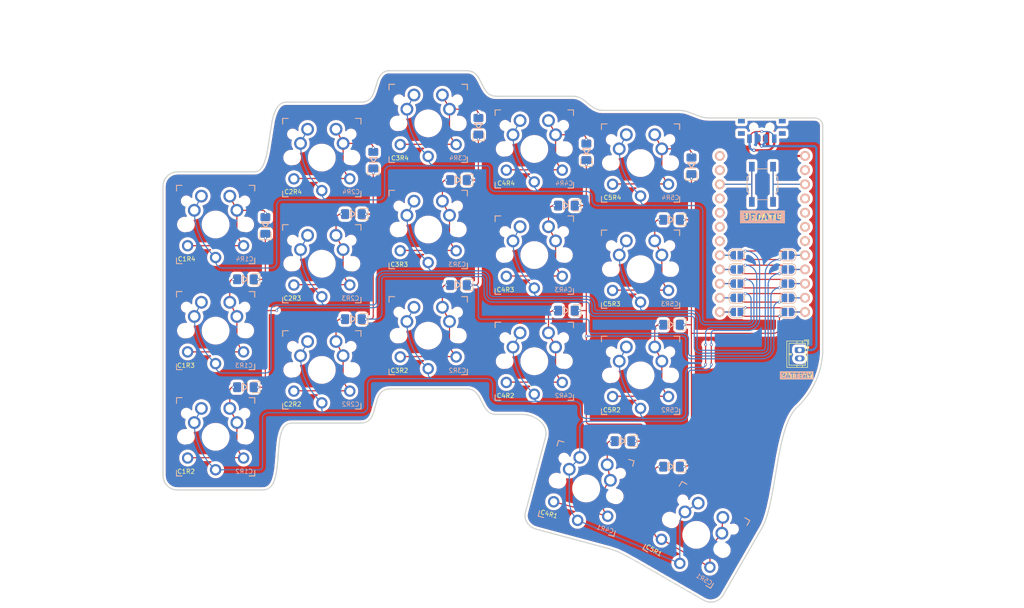
<source format=kicad_pcb>
(kicad_pcb (version 20211014) (generator pcbnew)
  (layers (0 "F.Cu" signal) (31 "B.Cu" signal) (34 "B.Paste" user) (35 "F.Paste" user) (36 "B.SilkS" user "B.Silkscreen") (37 "F.SilkS" user "F.Silkscreen") (38 "B.Mask" user) (39 "F.Mask" user) (44 "Edge.Cuts" user))
  (net 0 "")
  (net 1 "Net-(D3-Pad2)")
  (net 2 "Net-(D4-Pad2)")
  (net 3 "Net-(D5-Pad2)")
  (net 4 "Net-(D8-Pad2)")
  (net 5 "Net-(D9-Pad2)")
  (net 6 "Net-(D10-Pad2)")
  (net 7 "Net-(D13-Pad2)")
  (net 8 "Net-(D14-Pad2)")
  (net 9 "Net-(D15-Pad2)")
  (net 10 "Net-(D18-Pad2)")
  (net 11 "Net-(D19-Pad2)")
  (net 12 "Net-(D20-Pad2)")
  (net 13 "Net-(D24-Pad2)")
  (net 14 "Net-(D25-Pad2)")
  (net 15 "Net-(D26-Pad2)")
  (net 16 "Net-(D30-Pad2)")
  (net 17 "Net-(D33-Pad2)")
  (net 18 "Gnd_l")
  (net 19 "unconnected-(PSW1-Pad3)")
  (net 20 "grnd")
  (net 21 "batt_conn")
  (net 22 "batt")
  (net 23 "col1_matrix")
  (net 24 "col2_matrix")
  (net 25 "col3_matrix")
  (net 26 "col4_matrix")
  (net 27 "col5_matrix")
  (net 28 "row4_matrix")
  (net 29 "row1_matrix")
  (net 30 "row3_matrix")
  (net 31 "row2_matrix")
  (net 32 "rst")
  (net 33 "vcc")
  (footprint "local-libraries:D_1206_handsolder_reversible" (layer "F.Cu") (at 175.26 68.072 90)
    (fp_text reference "D24" hide)
    (fp_text value "D")
  )
  (footprint "local-libraries:D_1206_handsolder_reversible" (layer "F.Cu") (at 171.704 121.92 180)
    (fp_text reference "D33" hide)
    (fp_text value "D")
  )
  (footprint "local-libraries:SW_MX_choc" (layer "F.Cu") (at 156.435 125.82 -15)
    (fp_text reference "SW16" hide)
    (fp_text value "SW_Push")
  )
  (footprint "local-libraries:D_1206_handsolder_reversible" (layer "F.Cu") (at 133.604 70.614435 180)
    (fp_text reference "D14" hide)
    (fp_text value "D")
  )
  (footprint "local-libraries:kibuzzard-628DFB5F" (layer "F.Cu") (at 194.091199 105.5753)
    (fp_text reference "kibuzzard-628DFB5F" hide)
    (fp_text value "G***" hide)
  )
  (footprint "local-libraries:SW_MX_choc" (layer "F.Cu") (at 147.16 84.045)
    (fp_text reference "SW11" hide)
    (fp_text value "SW_Push")
  )
  (footprint "local-libraries:SW_MX_choc" (layer "F.Cu") (at 109.16 66.595)
    (fp_text reference "SW4" hide)
    (fp_text value "SW_Push")
  )
  (footprint "Jumper:SolderJumper-2_P1.3mm_Open_RoundedPad1.0x1.5mm" (layer "F.Cu") (at 192.531962 91.694)
    (fp_text reference "REF**" hide)
    (fp_text value "SolderJumper-2_P1.3mm_Open_RoundedPad1.0x1.5mm")
  )
  (footprint "Jumper:SolderJumper-2_P1.3mm_Open_RoundedPad1.0x1.5mm" (layer "F.Cu") (at 183.388 94.234)
    (fp_text reference "REF**" hide)
    (fp_text value "SolderJumper-2_P1.3mm_Open_RoundedPad1.0x1.5mm")
  )
  (footprint "local-libraries:SW_MX_choc" (layer "F.Cu") (at 147.16 103.045)
    (fp_text reference "SW12" hide)
    (fp_text value "SW_Push")
  )
  (footprint "Jumper:SolderJumper-2_P1.3mm_Open_RoundedPad1.0x1.5mm" (layer "F.Cu") (at 192.532 94.234)
    (fp_text reference "REF**" hide)
    (fp_text value "SolderJumper-2_P1.3mm_Open_RoundedPad1.0x1.5mm")
  )
  (footprint "local-libraries:SW_MX_choc" (layer "F.Cu") (at 128.185 60.47)
    (fp_text reference "SW7" hide)
    (fp_text value "SW_Push")
  )
  (footprint "local-libraries:SW_MX_choc" (layer "F.Cu") (at 147.16 65.045)
    (fp_text reference "SW10" hide)
    (fp_text value "SW_Push")
  )
  (footprint "local-libraries:SW_MX_choc" (layer "F.Cu") (at 90.16 78.57)
    (fp_text reference "SW1" hide)
    (fp_text value "SW_Push")
  )
  (footprint "local-libraries:D_1206_handsolder_reversible" (layer "F.Cu") (at 114.808 95.504 180)
    (fp_text reference "D10" hide)
    (fp_text value "D")
  )
  (footprint "local-libraries:kibuzzard-61F01C84" (layer "F.Cu") (at 187.96 77.216)
    (fp_text reference "kibuzzard-61F01C84" hide)
    (fp_text value "G***" hide)
  )
  (footprint "local-libraries:D_1206_handsolder_reversible" (layer "F.Cu") (at 114.808 76.708 180)
    (fp_text reference "D9" hide)
    (fp_text value "D")
  )
  (footprint "Library:n!n" (layer "F.Cu") (at 187.50281 78.994)
    (fp_text reference "REF**" hide)
    (fp_text value "n!n v2")
  )
  (footprint "local-libraries:SW_MX_choc" (layer "F.Cu") (at 166.16 67.57)
    (fp_text reference "SW13" hide)
    (fp_text value "SW_Push")
  )
  (footprint "local-libraries:D_1206_handsolder_reversible" (layer "F.Cu") (at 137.16 60.9965 90)
    (fp_text reference "D13" hide)
    (fp_text value "D")
  )
  (footprint "local-libraries:SW_MX_choc" (layer "F.Cu") (at 109.16 85.595)
    (fp_text reference "SW5" hide)
    (fp_text value "SW_Push")
  )
  (footprint "local-libraries:D_1206_handsolder_reversible" (layer "F.Cu") (at 156.464 65.5685 90)
    (fp_text reference "D18" hide)
    (fp_text value "D")
  )
  (footprint "local-libraries:D_1206_handsolder_reversible" (layer "F.Cu") (at 171.704 77.724 180)
    (fp_text reference "D25" hide)
    (fp_text value "D")
  )
  (footprint "Jumper:SolderJumper-2_P1.3mm_Open_RoundedPad1.0x1.5mm" (layer "F.Cu") (at 183.387962 91.694)
    (fp_text reference "REF**" hide)
    (fp_text value "SolderJumper-2_P1.3mm_Open_RoundedPad1.0x1.5mm")
  )
  (footprint "local-libraries:D_1206_handsolder_reversible" (layer "F.Cu") (at 118.364 67.056 90)
    (fp_text reference "D8" hide)
    (fp_text value "D")
  )
  (footprint "Jumper:SolderJumper-2_P1.3mm_Open_RoundedPad1.0x1.5mm" (layer "F.Cu") (at 192.528453 86.614)
    (fp_text reference "REF**" hide)
    (fp_text value "SolderJumper-2_P1.3mm_Open_RoundedPad1.0x1.5mm")
  )
  (footprint "local-libraries:SW_MX_choc" (layer "F.Cu") (at 176.135 134.12 -30)
    (fp_text reference "SW17" hide)
    (fp_text value locked "SW_Push")
  )
  (footprint "Jumper:SolderJumper-2_P1.3mm_Open_RoundedPad1.0x1.5mm" (layer "F.Cu") (at 183.384506 89.154)
    (fp_text reference "REF**" hide)
    (fp_text value "SolderJumper-2_P1.3mm_Open_RoundedPad1.0x1.5mm")
  )
  (footprint "local-libraries:D_1206_handsolder_reversible" (layer "F.Cu") (at 163.0315 117.348 180)
    (fp_text reference "D30" hide)
    (fp_text value "D")
  )
  (footprint "Button_Switch_SMD:SW_SPST_TL3342" (layer "F.Cu") (at 187.96 71.371 90)
    (fp_text reference "REF**" hide)
    (fp_text value "SW_SPST_TL3342")
  )
  (footprint "Jumper:SolderJumper-2_P1.3mm_Open_RoundedPad1.0x1.5mm" (layer "F.Cu") (at 183.382387 84.074)
    (fp_text reference "REF**" hide)
    (fp_text value "SolderJumper-2_P1.3mm_Open_RoundedPad1.0x1.5mm")
  )
  (footprint "Jumper:SolderJumper-2_P1.3mm_Open_RoundedPad1.0x1.5mm" (layer "F.Cu") (at 183.384453 86.614)
    (fp_text reference "REF**" hide)
    (fp_text value "SolderJumper-2_P1.3mm_Open_RoundedPad1.0x1.5mm")
  )
  (footprint "local-libraries:D_1206_handsolder_reversible" (layer "F.Cu") (at 95.504 88.392 180)
    (fp_text reference "D4" hide)
    (fp_text value "D")
  )
  (footprint "local-libraries:SW_MX_choc" (layer "F.Cu") (at 128.185 98.47)
    (fp_text reference "SW9" hide)
    (fp_text value "SW_Push")
  )
  (footprint "local-libraries:D_1206_handsolder_reversible" (layer "F.Cu") (at 99.06 78.74 90)
    (fp_text reference "D3" hide)
    (fp_text value "D")
  )
  (footprint "local-libraries:SW_MX_choc" (layer "F.Cu") (at 109.16 104.595)
    (fp_text reference "SW6" hide)
    (fp_text value "SW_Push")
  )
  (footprint "Jumper:SolderJumper-2_P1.3mm_Open_RoundedPad1.0x1.5mm" (layer "F.Cu") (at 192.526387 84.074)
    (fp_text reference "REF**" hide)
    (fp_text value "SolderJumper-2_P1.3mm_Open_RoundedPad1.0x1.5mm")
  )
  (footprint "local-libraries:D_1206_handsolder_reversible" (layer "F.Cu") (at 133.604 89.408 180)
    (fp_text reference "D15" hide)
    (fp_text value "D")
  )
  (footprint "local-libraries:D_1206_handsolder_reversible" (layer "F.Cu") (at 95.504 107.696 180)
    (fp_text reference "D5" hide)
    (fp_text value "D")
  )
  (footprint "local-libraries:SW_MX_choc" (layer "F.Cu") (at 166.16 105.57)
    (fp_text reference "SW15" hide)
    (fp_text value "SW_Push")
  )
  (footprint "local-libraries:SW_MX_choc" (layer "F.Cu") (at 90.16 97.57)
    (fp_text reference "SW2" hide)
    (fp_text value "SW_Push")
  )
  (footprint "local-libraries:SW_MX_choc" (layer "F.Cu") (at 128.185 79.47)
    (fp_text reference "SW8" hide)
    (fp_text value "SW_Push")
  )
  (footprint "local-libraries:D_1206_handsolder_reversible" (layer "F.Cu") (at 152.908 93.98 180)
    (fp_text reference "D20" hide)
    (fp_text value "D")
  )
  (footprint "Jumper:SolderJumper-2_P1.3mm_Open_RoundedPad1.0x1.5mm" (layer "F.Cu") (at 192.528506 89.154)
    (fp_text reference "REF**" hide)
    (fp_text value "SolderJumper-2_P1.3mm_Open_RoundedPad1.0x1.5mm")
  )
  (footprint "local-libraries:D_1206_handsolder_reversible" (layer "F.Cu") (at 171.704 96.52 180)
    (fp_text reference "D26" hide)
    (fp_text value "D")
  )
  (footprint "local-libraries:SW_MX_choc" (layer "F.Cu") (at 166.16 86.57)
    (fp_text reference "SW14" hide)
    (fp_text value "SW_Push")
  )
  (footprint "local-libraries:SW_MX_choc" (layer "F.Cu") (at 90.16 116.57)
    (fp_text reference "SW3" hide)
    (fp_text value "SW_Push")
  )
  (footprint "Library:JST_ZH_B2B-ZR_1x02_P1.50mm_Vertical" (layer "F.Cu") (at 194.62492 101.038188 -90)
    (fp_text reference "REF**" hide)
    (fp_text value "JST_ZH_B2B-ZR_1x02_P1.50mm_Vertical" hide)
  )
  (footprint "local-libraries:D_1206_handsolder_reversible" (layer "F.Cu") (at 152.908 75.182989 180)
    (fp_text reference "D19" hide)
    (fp_text value "D")
  )
  (footprint "local-libraries:Switch_MSK-12C01-07" (layer "F.Cu") (at 187.849277 61.163185 180)
    (fp_text reference "PSW1" hide)
    (fp_text value "SW_DPDT_x2")
  )
  (footprint "local-libraries:kibuzzard-61F01C84" (layer "B.Cu") (at 187.96 77.216 180)
    (fp_text reference "kibuzzard-61F01C84" hide)
    (fp_text value "G***" hide)
  )
  (footprint "Jumper:SolderJumper-2_P1.3mm_Open_RoundedPad1.0x1.5mm" (layer "B.Cu") (at 192.526387 84.074 180)
    (fp_text reference "REF**" hide)
    (fp_text value "SolderJumper-2_P1.3mm_Open_RoundedPad1.0x1.5mm")
  )
  (footprint "Jumper:SolderJumper-2_P1.3mm_Open_RoundedPad1.0x1.5mm" (layer "B.Cu") (at 183.388 94.234 180)
    (fp_text reference "REF**" hide)
    (fp_text value "SolderJumper-2_P1.3mm_Open_RoundedPad1.0x1.5mm")
  )
  (footprint "Jumper:SolderJumper-2_P1.3mm_Open_RoundedPad1.0x1.5mm" (layer "B.Cu") (at 192.532 94.234 180)
    (fp_text reference "REF**" hide)
    (fp_text value "SolderJumper-2_P1.3mm_Open_RoundedPad1.0x1.5mm")
  )
  (footprint "Jumper:SolderJumper-2_P1.3mm_Open_RoundedPad1.0x1.5mm" (layer "B.Cu") (at 183.384506 89.154 180)
    (fp_text reference "REF**" hide)
    (fp_text value "SolderJumper-2_P1.3mm_Open_RoundedPad1.0x1.5mm")
  )
  (footprint "Jumper:SolderJumper-2_P1.3mm_Open_RoundedPad1.0x1.5mm" (layer "B.Cu") (at 183.382387 84.074 180)
    (fp_text reference "REF**" hide)
    (fp_text value "SolderJumper-2_P1.3mm_Open_RoundedPad1.0x1.5mm")
  )
  (footprint "Jumper:SolderJumper-2_P1.3mm_Open_RoundedPad1.0x1.5mm" (layer "B.Cu") (at 192.528453 86.614 180)
    (fp_text reference "REF**" hide)
    (fp_text value "SolderJumper-2_P1.3mm_Open_RoundedPad1.0x1.5mm")
  )
  (footprint "local-libraries:kibuzzard-628DFB5F" (layer "B.Cu") (at 194.071624 105.573665 180)
    (fp_text reference "kibuzzard-628DFB5F" hide)
    (fp_text value "G***" hide)
  )
  (footprint "Button_Switch_SMD:SW_SPST_TL3342" (layer "B.Cu") (at 187.96 71.371 90)
    (fp_text reference "REF**" hide)
    (fp_text value "SW_SPST_TL3342")
  )
  (footprint "Jumper:SolderJumper-2_P1.3mm_Open_RoundedPad1.0x1.5mm" (layer "B.Cu") (at 183.384453 86.614 180)
    (fp_text reference "REF**" hide)
    (fp_text value "SolderJumper-2_P1.3mm_Open_RoundedPad1.0x1.5mm")
  )
  (footprint "Jumper:SolderJumper-2_P1.3mm_Open_RoundedPad1.0x1.5mm" (layer "B.Cu") (at 192.531962 91.690649 180)
    (fp_text reference "REF**" hide)
    (fp_text value "SolderJumper-2_P1.3mm_Open_RoundedPad1.0x1.5mm")
  )
  (footprint "Jumper:SolderJumper-2_P1.3mm_Open_RoundedPad1.0x1.5mm" (layer "B.Cu") (at 192.528506 89.154 180)
    (fp_text reference "REF**" hide)
    (fp_text value "SolderJumper-2_P1.3mm_Open_RoundedPad1.0x1.5mm")
  )
  (footprint "Jumper:SolderJumper-2_P1.3mm_Open_RoundedPad1.0x1.5mm" (layer "B.Cu") (at 183.387962 91.690649 180)
    (fp_text reference "REF**" hide)
    (fp_text value "SolderJumper-2_P1.3mm_Open_RoundedPad1.0x1.5mm")
  )
  (gr_line (start 117.222355 113.875207) (end 117.627719 113.586705) (layer "Edge.Cuts") (width 0.2))
  (gr_line (start 121.12413 51.039993) (end 135.15482 51.039993) (layer "Edge.Cuts") (width 0.2))
  (gr_line (start 145.520417 131.099187) (end 145.483635 130.606259) (layer "Edge.Cuts") (width 0.2))
  (gr_line (start 100.83809 58.229267) (end 101.078874 57.764766) (layer "Edge.Cuts") (width 0.2))
  (gr_line (start 116.832279 56.608401) (end 117.329057 56.429322) (layer "Edge.Cuts") (width 0.2))
  (gr_line (start 117.627719 113.586705) (end 117.952659 113.201936) (layer "Edge.Cuts") (width 0.2))
  (gr_line (start 98.562623 126.089891) (end 83.32993 126.089891) (layer "Edge.Cuts") (width 0.2))
  (gr_line (start 116.236668 56.669176) (end 103.606355 56.669176) (layer "Edge.Cuts") (width 0.2))
  (gr_line (start 82.795697 69.192806) (end 83.32993 69.140033) (layer "Edge.Cuts") (width 0.2))
  (gr_line (start 101.078874 57.764766) (end 101.34837 57.376742) (layer "Edge.Cuts") (width 0.2))
  (gr_line (start 187.860528 132.927035) (end 188.113223 132.447508) (layer "Edge.Cuts") (width 0.2))
  (gr_line (start 100.434872 59.366265) (end 100.624121 58.765023) (layer "Edge.Cuts") (width 0.2))
  (gr_line (start 98.562623 126.089891) (end 98.949573 126.060081) (layer "Edge.Cuts") (width 0.2))
  (gr_line (start 99.895309 125.620976) (end 100.142576 125.364262) (layer "Edge.Cuts") (width 0.2))
  (gr_line (start 117.952659 113.201936) (end 118.210699 112.737085) (layer "Edge.Cuts") (width 0.2))
  (gr_line (start 163.154957 137.628131) (end 165.491769 138.920546) (layer "Edge.Cuts") (width 0.2))
  (gr_line (start 174.45659 58.342768) (end 175.722303 58.819951) (layer "Edge.Cuts") (width 0.2))
  (gr_line (start 192.247933 114.551775) (end 192.541727 113.801583) (layer "Edge.Cuts") (width 0.2))
  (gr_line (start 80.755 109.714887) (end 80.755 85.515037) (layer "Edge.Cuts") (width 0.2))
  (gr_line (start 120.262612 108.229704) (end 120.75939 108.050626) (layer "Edge.Cuts") (width 0.2))
  (gr_line (start 82.314422 125.884626) (end 82.795697 126.037117) (layer "Edge.Cuts") (width 0.2))
  (gr_line (start 99.34212 65.78124) (end 99.473373 65.068105) (layer "Edge.Cuts") (width 0.2))
  (gr_line (start 177.442977 145.820456) (end 177.932018 146.041863) (layer "Edge.Cuts") (width 0.2))
  (gr_line (start 160.683742 136.638669) (end 161.948057 137.068532) (layer "Edge.Cuts") (width 0.2))
  (gr_line (start 97.12975 69.140033) (end 97.486926 69.094975) (layer "Edge.Cuts") (width 0.2))
  (gr_line (start 120.030276 51.441772) (end 120.361887 51.219583) (layer "Edge.Cuts") (width 0.2))
  (gr_line (start 101.127323 122.366468) (end 101.246847 121.25513) (layer "Edge.Cuts") (width 0.2))
  (gr_line (start 116.725577 114.054286) (end 117.222355 113.875207) (layer "Edge.Cuts") (width 0.2))
  (gr_line (start 101.337017 120.102476) (end 101.526432 117.838484) (layer "Edge.Cuts") (width 0.2))
  (gr_line (start 119.22013 52.601287) (end 119.460914 52.136786) (layer "Edge.Cuts") (width 0.2))
  (gr_line (start 99.300121 125.971076) (end 99.614988 125.824078) (layer "Edge.Cuts") (width 0.2))
  (gr_line (start 159.329778 58.140055) (end 173.129852 58.140055) (layer "Edge.Cuts") (width 0.2))
  (gr_line (start 139.84397 55.569647) (end 140.329816 55.615041) (layer "Edge.Cuts") (width 0.2))
  (gr_line (start 178.425053 146.150435) (end 178.916054 146.157642) (layer "Edge.Cuts") (width 0.2))
  (gr_line (start 99.473373 65.068105) (end 100.268087 60.026765) (layer "Edge.Cuts") (width 0.2))
  (gr_line (start 119.274268 109.367826) (end 119.532308 108.902976) (layer "Edge.Cuts") (width 0.2))
  (gr_line (start 137.742318 110.277375) (end 138.191308 111.142345) (layer "Edge.Cuts") (width 0.2))
  (gr_line (start 148.937628 114.691475) (end 148.725559 114.354902) (layer "Edge.Cuts") (width 0.2))
  (gr_line (start 154.508073 55.640094) (end 154.866717 55.713916) (layer "Edge.Cuts") (width 0.2))
  (gr_line (start 173.803917 58.193302) (end 174.45659 58.342768) (layer "Edge.Cuts") (width 0.2))
  (gr_line (start 81.511688 125.333204) (end 81.885594 125.645364) (layer "Edge.Cuts") (width 0.2))
  (gr_line (start 138.44225 54.585802) (end 138.724322 54.933008) (layer "Edge.Cuts") (width 0.2))
  (gr_line (start 139.417783 55.435889) (end 139.84397 55.569647) (layer "Edge.Cuts") (width 0.2))
  (gr_line (start 101.34837 57.376742) (end 101.648236 57.069752) (layer "Edge.Cuts") (width 0.2))
  (gr_line (start 135.640667 51.085387) (end 136.066854 51.219145) (layer "Edge.Cuts") (width 0.2))
  (gr_line (start 157.927709 57.763634) (end 158.592952 58.041179) (layer "Edge.Cuts") (width 0.2))
  (gr_line (start 188.579629 131.309064) (end 188.794369 130.653736) (layer "Edge.Cuts") (width 0.2))
  (gr_line (start 118.417168 112.210504) (end 118.742483 111.052456) (layer "Edge.Cuts") (width 0.2))
  (gr_line (start 81.885594 69.58456) (end 82.314422 69.345298) (layer "Edge.Cuts") (width 0.2))
  (gr_line (start 146.733587 112.885414) (end 145.900097 112.647148) (layer "Edge.Cuts") (width 0.2))
  (gr_line (start 177.932018 146.041863) (end 178.425053 146.150435) (layer "Edge.Cuts") (width 0.2))
  (gr_line (start 137.042387 52.069232) (end 137.293329 52.462547) (layer "Edge.Cuts") (width 0.2))
  (gr_line (start 189.888575 125.734523) (end 190.214153 123.833595) (layer "Edge.Cuts") (width 0.2))
  (gr_line (start 137.293329 52.462547) (end 137.742318 53.327517) (layer "Edge.Cuts") (width 0.2))
  (gr_line (start 136.760315 51.722025) (end 137.042387 52.069232) (layer "Edge.Cuts") (width 0.2))
  (gr_line (start 119.857248 108.518206) (end 120.262612 108.229704) (layer "Edge.Cuts") (width 0.2))
  (gr_line (start 97.486926 69.094975) (end 97.813661 68.960443) (layer "Edge.Cuts") (width 0.2))
  (gr_line (start 149.251894 115.848553) (end 149.206825 115.437906) (layer "Edge.Cuts") (width 0.2))
  (gr_line (start 187.860528 132.927035) (end 180.960364 144.877989) (layer "Edge.Cuts") (width 0.2))
  (gr_line (start 103.606355 56.669176) (end 102.74209 56.667973) (layer "Edge.Cuts") (width 0.2))
  (gr_line (start 100.545434 124.702501) (end 100.705367 124.304724) (layer "Edge.Cuts") (width 0.2))
  (gr_line (start 119.73041 51.748762) (end 120.030276 51.441772) (layer "Edge.Cuts") (width 0.2))
  (gr_line (start 101.648236 57.069752) (end 101.979847 56.847563) (layer "Edge.Cuts") (width 0.2))
  (gr_line (start 135.15482 107.989851) (end 121.355 107.989851) (layer "Edge.Cuts") (width 0.2))
  (gr_line (start 145.566755 130.077437) (end 149.138503 116.747771) (layer "Edge.Cuts") (width 0.2))
  (gr_line (start 179.39594 146.074258) (end 179.853226 145.90653) (layer "Edge.Cuts") (width 0.2))
  (gr_line (start 80.755 71.714963) (end 80.807774 71.18073) (layer "Edge.Cuts") (width 0.2))
  (gr_line (start 193.585004 111.925281) (end 193.993555 111.443429) (layer "Edge.Cuts") (width 0.2))
  (gr_line (start 147.501205 113.261235) (end 146.733587 112.885414) (layer "Edge.Cuts") (width 0.2))
  (gr_line (start 100.358596 125.056952) (end 100.545434 124.702501) (layer "Edge.Cuts") (width 0.2))
  (gr_line (start 137.042387 109.01909) (end 137.293329 109.412405) (layer "Edge.Cuts") (width 0.2))
  (gr_line (start 100.268087 60.026765) (end 100.434872 59.366265) (layer "Edge.Cuts") (width 0.2))
  (gr_line (start 120.361887 51.219583) (end 120.726284 51.085051) (layer "Edge.Cuts") (width 0.2))
  (gr_line (start 80.960265 124.530469) (end 81.199528 124.959297) (layer "Edge.Cuts") (width 0.2))
  (gr_line (start 173.129852 58.140055) (end 173.803917 58.193302) (layer "Edge.Cuts") (width 0.2))
  (gr_line (start 177.640689 59.4466) (end 178.314754 59.499847) (layer "Edge.Cuts") (width 0.2))
  (gr_line (start 149.206825 115.437906) (end 149.100121 115.052389) (layer "Edge.Cuts") (width 0.2))
  (gr_line (start 99.024726 67.042983) (end 99.193349 66.441741) (layer "Edge.Cuts") (width 0.2))
  (gr_line (start 154.12989 55.615041) (end 154.508073 55.640094) (layer "Edge.Cuts") (width 0.2))
  (gr_line (start 81.885594 125.645364) (end 82.314422 125.884626) (layer "Edge.Cuts") (width 0.2))
  (gr_line (start 135.640667 108.035245) (end 136.066854 108.169003) (layer "Edge.Cuts") (width 0.2))
  (gr_line (start 117.329057 56.429322) (end 117.734421 56.14082) (layer "Edge.Cuts") (width 0.2))
  (gr_line (start 102.833847 114.380874) (end 103.11083 114.233876) (layer "Edge.Cuts") (width 0.2))
  (gr_line (start 101.886129 115.900228) (end 102.184912 115.148) (layer "Edge.Cuts") (width 0.2))
  (gr_line (start 145.900097 112.647148) (end 145.015203 112.564899) (layer "Edge.Cuts") (width 0.2))
  (gr_line (start 120.726284 51.085051) (end 121.12413 51.039993) (layer "Edge.Cuts") (width 0.2))
  (gr_line (start 191.977467 115.354158) (end 192.247933 114.551775) (layer "Edge.Cuts") (width 0.2))
  (gr_line (start 100.954499 123.395939) (end 101.127323 122.366468) (layer "Edge.Cuts") (width 0.2))
  (gr_line (start 139.417783 112.385747) (end 139.84397 112.519505) (layer "Edge.Cuts") (width 0.2))
  (gr_line (start 81.511688 69.89672) (end 81.885594 69.58456) (layer "Edge.Cuts") (width 0.2))
  (gr_line (start 146.194556 132.347682) (end 145.890748 131.974081) (layer "Edge.Cuts") (width 0.2))
  (gr_line (start 180.274844 145.654791) (end 180.647542 145.31425) (layer "Edge.Cuts") (width 0.2))
  (gr_line (start 98.110589 68.738254) (end 98.378708 68.431264) (layer "Edge.Cuts") (width 0.2))
  (gr_line (start 189.191135 129.185361) (end 189.552057 127.532985) (layer "Edge.Cuts") (width 0.2))
  (gr_line (start 118.52387 54.764619) (end 119.22013 52.601287) (layer "Edge.Cuts") (width 0.2))
  (gr_line (start 137.742318 53.327517) (end 138.191308 54.192487) (layer "Edge.Cuts") (width 0.2))
  (gr_line (start 101.673568 116.809013) (end 101.886129 115.900228) (layer "Edge.Cuts") (width 0.2))
  (gr_line (start 117.734421 56.14082) (end 118.059361 55.756051) (layer "Edge.Cuts") (width 0.2))
  (gr_line (start 135.15482 51.039993) (end 135.640667 51.085387) (layer "Edge.Cuts") (width 0.2))
  (gr_line (start 118.742483 111.052456) (end 119.067799 109.894408) (layer "Edge.Cuts") (width 0.2))
  (gr_line (start 98.949573 126.060081) (end 99.300121 125.971076) (layer "Edge.Cuts") (width 0.2))
  (gr_line (start 138.44225 111.53566) (end 138.724322 111.882866) (layer "Edge.Cuts") (width 0.2))
  (gr_line (start 81.199528 124.959297) (end 81.511688 125.333204) (layer "Edge.Cuts") (width 0.2))
  (gr_line (start 139.046779 112.170259) (end 139.417783 112.385747) (layer "Edge.Cuts") (width 0.2))
  (gr_line (start 190.214153 123.833595) (end 190.894399 119.919088) (layer "Edge.Cuts") (width 0.2))
  (gr_line (start 102.372473 114.84069) (end 102.588206 114.583976) (layer "Edge.Cuts") (width 0.2))
  (gr_line (start 176.988017 59.297134) (end 177.640689 59.4466) (layer "Edge.Cuts") (width 0.2))
  (gr_line (start 136.066854 51.219145) (end 136.437858 51.434633) (layer "Edge.Cuts") (width 0.2))
  (gr_line (start 197.269051 59.499847) (end 178.314754 59.499847) (layer "Edge.Cuts") (width 0.2))
  (gr_line (start 118.059361 55.756051) (end 118.317401 55.2912) (layer "Edge.Cuts") (width 0.2))
  (gr_line (start 116.129966 114.115061) (end 116.725577 114.054286) (layer "Edge.Cuts") (width 0.2))
  (gr_line (start 100.624121 58.765023) (end 100.83809 58.229267) (layer "Edge.Cuts") (width 0.2))
  (gr_line (start 138.191308 54.192487) (end 138.44225 54.585802) (layer "Edge.Cuts") (width 0.2))
  (gr_line (start 138.724322 111.882866) (end 139.046779 112.170259) (layer "Edge.Cuts") (width 0.2))
  (gr_line (start 140.329816 55.615041) (end 154.12989 55.615041) (layer "Edge.Cuts") (width 0.2))
  (gr_line (start 147.498856 133.105783) (end 160.683742 136.638669) (layer "Edge.Cuts") (width 0.2))
  (gr_line (start 102.588206 114.583976) (end 102.833847 114.380874) (layer "Edge.Cuts") (width 0.2))
  (gr_line (start 80.960265 70.699455) (end 81.199528 70.270626) (layer "Edge.Cuts") (width 0.2))
  (gr_line (start 191.728043 116.202278) (end 191.977467 115.354158) (layer "Edge.Cuts") (width 0.2))
  (gr_line (start 188.352791 131.907721) (end 188.579629 131.309064) (layer "Edge.Cuts") (width 0.2))
  (gr_line (start 101.246847 121.25513) (end 101.337017 120.102476) (layer "Edge.Cuts") (width 0.2))
  (gr_line (start 138.191308 111.142345) (end 138.44225 111.53566) (layer "Edge.Cuts") (width 0.2))
  (gr_line (start 101.526432 117.838484) (end 101.673568 116.809013) (layer "Edge.Cuts") (width 0.2))
  (gr_line (start 158.951596 58.115001) (end 159.329778 58.140055) (layer "Edge.Cuts") (width 0.2))
  (gr_line (start 190.894399 119.919088) (end 191.283042 118.00924) (layer "Edge.Cuts") (width 0.2))
  (gr_line (start 98.378708 68.431264) (end 98.619334 68.04324) (layer "Edge.Cuts") (width 0.2))
  (gr_line (start 179.853226 145.90653) (end 180.274844 145.654791) (layer "Edge.Cuts") (width 0.2))
  (gr_line (start 82.314422 69.345298) (end 82.795697 69.192806) (layer "Edge.Cuts") (width 0.2))
  (gr_line (start 136.437858 51.434633) (end 136.760315 51.722025) (layer "Edge.Cuts") (width 0.2))
  (gr_line (start 198.745489 60.971817) (end 198.745489 101.547316) (layer "Edge.Cuts") (width 0.2))
  (gr_line (start 98.834063 67.578739) (end 99.024726 67.042983) (layer "Edge.Cuts") (width 0.2))
  (gr_line (start 80.755 85.515037) (end 80.755 71.714963) (layer "Edge.Cuts") (width 0.2))
  (gr_line (start 116.236668 56.669176) (end 116.832279 56.608401) (layer "Edge.Cuts") (width 0.2))
  (gr_line (start 139.84397 112.519505) (end 140.329816 112.564899) (layer "Edge.Cuts") (width 0.2))
  (gr_line (start 119.460914 52.136786) (end 119.73041 51.748762) (layer "Edge.Cuts") (width 0.2))
  (gr_line (start 118.317401 55.2912) (end 118.52387 54.764619) (layer "Edge.Cuts") (width 0.2))
  (gr_line (start 80.755 123.514961) (end 80.755 109.714887) (layer "Edge.Cuts") (width 0.2))
  (gr_line (start 98.619334 68.04324) (end 98.834063 67.578739) (layer "Edge.Cuts") (width 0.2))
  (gr_line (start 154.866717 55.713916) (end 155.53196 55.991461) (layer "Edge.Cuts") (width 0.2))
  (gr_line (start 193.208158 112.48251) (end 193.585004 111.925281) (layer "Edge.Cuts") (width 0.2))
  (gr_line (start 188.997858 129.944652) (end 189.191135 129.185361) (layer "Edge.Cuts") (width 0.2))
  (gr_line (start 145.890748 131.974081) (end 145.661631 131.555986) (layer "Edge.Cuts") (width 0.2))
  (gr_line (start 82.795697 126.037117) (end 83.32993 126.089891) (layer "Edge.Cuts") (width 0.2))
  (gr_line (start 80.807774 124.049194) (end 80.960265 124.530469) (layer "Edge.Cuts") (width 0.2))
  (gr_line (start 149.138503 116.747771) (end 149.230301 116.284986) (layer "Edge.Cuts") (width 0.2))
  (gr_line (start 191.283042 118.00924) (end 191.728043 116.202278) (layer "Edge.Cuts") (width 0.2))
  (gr_line (start 155.53196 55.991461) (end 156.144656 56.400162) (layer "Edge.Cuts") (width 0.2))
  (gr_line (start 99.614988 125.824078) (end 99.895309 125.620976) (layer "Edge.Cuts") (width 0.2))
  (gr_line (start 119.067799 109.894408) (end 119.274268 109.367826) (layer "Edge.Cuts") (width 0.2))
  (gr_line (start 138.724322 54.933008) (end 139.046779 55.220401) (layer "Edge.Cuts") (width 0.2))
  (gr_line (start 101.979847 56.847563) (end 102.344244 56.713031) (layer "Edge.Cuts") (width 0.2))
  (gr_line (start 81.199528 70.270626) (end 81.511688 69.89672) (layer "Edge.Cuts") (width 0.2))
  (gr_line (start 161.948057 137.068532) (end 163.154957 137.628131) (layer "Edge.Cuts") (width 0.2))
  (gr_line (start 178.916054 146.157642) (end 179.39594 146.074258) (layer "Edge.Cuts") (width 0.2))
  (gr_line (start 99.193349 66.441741) (end 99.34212 65.78124) (layer "Edge.Cuts") (width 0.2))
  (gr_line (start 157.315013 57.354934) (end 157.927709 57.763634) (layer "Edge.Cuts") (width 0.2))
  (gr_line (start 102.184912 115.148) (end 102.372473 114.84069) (layer "Edge.Cuts") (width 0.2))
  (gr_line (start 80.755 123.514961) (end 80.807774 124.049194) (layer "Edge.Cuts") (width 0.2))
  (gr_line (start 146.56508 132.667883) (end 146.194556 132.347682) (layer "Edge.Cuts") (width 0.2))
  (gr_line (start 158.592952 58.041179) (end 158.951596 58.115001) (layer "Edge.Cuts") (width 0.2))
  (gr_line (start 136.437858 108.384491) (end 136.760315 108.671883) (layer "Edge.Cuts") (width 0.2))
  (gr_arc (start 197.269051 59.499847) (mid 198.325348 59.916789) (end 198.745489 60.971817) (layer "Edge.Cuts") (width 0.2))
  (gr_line (start 80.807774 71.18073) (end 80.960265 70.699455) (layer "Edge.Cuts") (width 0.2))
  (gr_line (start 149.100121 115.052389) (end 148.937628 114.691475) (layer "Edge.Cuts") (width 0.2))
  (gr_line (start 103.11083 114.233876) (end 103.42024 114.144871) (layer "Edge.Cuts") (width 0.2))
  (gr_line (start 147.498856 133.105783) (end 146.999576 132.923894) (layer "Edge.Cuts") (width 0.2))
  (gr_line (start 145.483635 130.606259) (end 145.566755 130.077437) (layer "Edge.Cuts") (width 0.2))
  (gr_line (start 149.230301 116.284986) (end 149.251894 115.848553) (layer "Edge.Cuts") (width 0.2))
  (gr_arc (start 198.745489 101.547316) (mid 197.335786 106.959355) (end 193.993555 111.443429) (layer "Edge.Cuts") (width 0.2))
  (gr_line (start 148.725559 114.354902) (end 148.177396 113.755681) (layer "Edge.Cuts") (width 0.2))
  (gr_line (start 145.661631 131.555986) (end 145.520417 131.099187) (layer "Edge.Cuts") (width 0.2))
  (gr_line (start 116.129966 114.115061) (end 103.762765 114.115061) (layer "Edge.Cuts") (width 0.2))
  (gr_line (start 189.552057 127.532985) (end 189.888575 125.734523) (layer "Edge.Cuts") (width 0.2))
  (gr_line (start 103.42024 114.144871) (end 103.762765 114.115061) (layer "Edge.Cuts") (width 0.2))
  (gr_line (start 180.647542 145.31425) (end 180.960364 144.877989) (layer "Edge.Cuts") (width 0.2))
  (gr_line (start 136.760315 108.671883) (end 137.042387 109.01909) (layer "Edge.Cuts") (width 0.2))
  (gr_line (start 97.813661 68.960443) (end 98.110589 68.738254) (layer "Edge.Cuts") (width 0.2))
  (gr_line (start 177.442977 145.820456) (end 165.491769 138.920546) (layer "Edge.Cuts") (width 0.2))
  (gr_line (start 100.705367 124.304724) (end 100.954499 123.395939) (layer "Edge.Cuts") (width 0.2))
  (gr_line (start 120.75939 108.050626) (end 121.355 107.989851) (layer "Edge.Cuts") (width 0.2))
  (gr_line (start 83.32993 69.140033) (end 97.12975 69.140033) (layer "Edge.Cuts") (width 0.2))
  (gr_line (start 175.722303 58.819951) (end 176.988017 59.297134) (layer "Edge.Cuts") (width 0.2))
  (gr_line (start 188.113223 132.447508) (end 188.352791 131.907721) (layer "Edge.Cuts") (width 0.2))
  (gr_line (start 137.293329 109.412405) (end 137.742318 110.277375) (layer "Edge.Cuts") (width 0.2))
  (gr_line (start 118.210699 112.737085) (end 118.417168 112.210504) (layer "Edge.Cuts") (width 0.2))
  (gr_line (start 156.144656 56.400162) (end 156.729834 56.877548) (layer "Edge.Cuts") (width 0.2))
  (gr_line (start 148.177396 113.755681) (end 147.501205 113.261235) (layer "Edge.Cuts") (width 0.2))
  (gr_line (start 192.541727 113.801583) (end 192.861084 113.109832) (layer "Edge.Cuts") (width 0.2))
  (gr_line (start 145.015203 112.564899) (end 140.329816 112.564899) (layer "Edge.Cuts") (width 0.2))
  (gr_line (start 119.532308 108.902976) (end 119.857248 108.518206) (layer "Edge.Cuts") (width 0.2))
  (gr_line (start 146.999576 132.923894) (end 146.56508 132.667883) (layer "Edge.Cuts") (width 0.2))
  (gr_line (start 188.794369 130.653736) (end 188.997858 129.944652) (layer "Edge.Cuts") (width 0.2))
  (gr_line (start 136.066854 108.169003) (end 136.437858 108.384491) (layer "Edge.Cuts") (width 0.2))
  (gr_line (start 102.344244 56.713031) (end 102.74209 56.667973) (layer "Edge.Cuts") (width 0.2))
  (gr_line (start 192.861084 113.109832) (end 193.208158 112.48251) (layer "Edge.Cuts") (width 0.2))
  (gr_line (start 135.15482 107.989851) (end 135.640667 108.035245) (layer "Edge.Cuts") (width 0.2))
  (gr_line (start 139.046779 55.220401) (end 139.417783 55.435889) (layer "Edge.Cuts") (width 0.2))
  (gr_line (start 156.729834 56.877548) (end 157.315013 57.354934) (layer "Edge.Cuts") (width 0.2))
  (gr_line (start 100.142576 125.364262) (end 100.358596 125.056952) (layer "Edge.Cuts") (width 0.2))
  (gr_text "C1R3" (at 95.235 103.795) (layer "B.SilkS") (effects (font (size 0.8 0.8) (thickness 0.12)) (justify mirror)))
  (gr_text "C3R3" (at 133.385 85.725) (layer "B.SilkS") (effects (font (size 0.8 0.8) (thickness 0.12)) (justify mirror)))
  (gr_text "C2R2" (at 114.305 110.75) (layer "B.SilkS") (effects (font (size 0.8 0.8) (thickness 0.12)) (justify mirror)))
  (gr_text "C4R2" (at 152.4 109.22) (layer "B.SilkS") (effects (font (size 0.8 0.8) (thickness 0.12)) (justify mirror)))
  (gr_text "C5R2" (at 171.41 111.77) (layer "B.SilkS") (effects (font (size 0.8 0.8) (thickness 0.12)) (justify mirror)))
  (gr_text "C2R4" (at 114.405 72.725) (layer "B.SilkS") (effects (font (size 0.8 0.8) (thickness 0.12)) (justify mirror)))
  (gr_text "C1R4" (at 95.36 84.745) (layer "B.SilkS") (effects (font (size 0.8 0.8) (thickness 0.12)) (justify mirror)))
  (gr_text "C4R3" (at 152.375 90.245) (layer "B.SilkS") (effects (font (size 0.8 0.8) (thickness 0.12)) (justify mirror)))
  (gr_text "C5R4" (at 171.51 73.745) (layer "B.SilkS") (effects (font (size 0.8 0.8) (thickness 0.12)) (justify mirror)))
  (gr_text "C1R2" (at 95.26 122.77) (layer "B.SilkS") (effects (font (size 0.8 0.8) (thickness 0.12)) (justify mirror)))
  (gr_text "C3R2" (at 133.41 104.7) (layer "B.SilkS") (effects (font (size 0.8 0.8) (thickness 0.12)) (justify mirror)))
  (gr_text "C4R1" (at 159.825 133.095 -15) (layer "B.SilkS") (effects (font (size 0.8 0.8) (thickness 0.12)) (justify mirror)))
  (gr_text "C2R3" (at 114.28 91.775) (layer "B.SilkS") (effects (font (size 0.8 0.8) (thickness 0.12)) (justify mirror)))
  (gr_text "C5R1" (at 177.535 142.085 -30) (layer "B.SilkS") (effects (font (size 0.8 0.8) (thickness 0.12)) (justify mirror)))
  (gr_text "C3R4" (at 133.51 66.675) (layer "B.SilkS") (effects (font (size 0.8 0.8) (thickness 0.12)) (justify mirror)))
  (gr_text "C5R3" (at 171.385 92.795) (layer "B.SilkS") (effects (font (size 0.8 0.8) (thickness 0.12)) (justify mirror)))
  (gr_text "C4R4" (at 152.5 71.195) (layer "B.SilkS") (effects (font (size 0.8 0.8) (thickness 0.12)) (justify mirror)))
  (gr_text "C1R3" (at 84.86 103.795) (layer "F.SilkS") (effects (font (size 0.8 0.8) (thickness 0.12))))
  (gr_text "C3R4" (at 123.135 66.675) (layer "F.SilkS") (effects (font (size 0.8 0.8) (thickness 0.12))))
  (gr_text "C5R3" (at 161.01 92.795) (layer "F.SilkS") (effects (font (size 0.8 0.8) (thickness 0.12))))
  (gr_text "C4R3" (at 142 90.245) (layer "F.SilkS") (effects (font (size 0.8 0.8) (thickness 0.12))))
  (gr_text "C2R4" (at 104.03 72.725) (layer "F.SilkS") (effects (font (size 0.8 0.8) (thickness 0.12))))
  (gr_text "C2R2" (at 103.93 110.75) (layer "F.SilkS") (effects (font (size 0.8 0.8) (thickness 0.12))))
  (gr_text "C3R3" (at 123.01 85.725) (layer "F.SilkS") (effects (font (size 0.8 0.8) (thickness 0.12))))
  (gr_text "C4R4" (at 142.125 71.195) (layer "F.SilkS") (effects (font (size 0.8 0.8) (thickness 0.12))))
  (gr_text "C1R2" (at 84.885 122.77) (layer "F.SilkS") (effects (font (size 0.8 0.8) (thickness 0.12))))
  (gr_text "C2R3" (at 103.905 91.775) (layer "F.SilkS") (effects (font (size 0.8 0.8) (thickness 0.12))))
  (gr_text "C1R4" (at 84.985 84.745) (layer "F.SilkS") (effects (font (size 0.8 0.8) (thickness 0.12))))
  (gr_text "C3R2" (at 123.035 104.7) (layer "F.SilkS") (effects (font (size 0.8 0.8) (thickness 0.12))))
  (gr_text "C4R2" (at 142.025 109.22) (layer "F.SilkS") (effects (font (size 0.8 0.8) (thickness 0.12))))
  (gr_text "C5R4" (at 161.135 73.745) (layer "F.SilkS") (effects (font (size 0.8 0.8) (thickness 0.12))))
  (gr_text "C4R1" (at 149.80352 130.409752 -15) (layer "F.SilkS") (effects (font (size 0.8 0.8) (thickness 0.12))))
  (gr_text "C5R2" (at 161.035 111.77) (layer "F.SilkS") (effects (font (size 0.8 0.8) (thickness 0.12))))
  (gr_text "C5R1" (at 168.549988 136.8975 -30) (layer "F.SilkS") (effects (font (size 0.8 0.8) (thickness 0.12))))
  (segment (start 184.912 93.472) (end 191.12 93.472) (width 0.2) (layer "F.Cu") (net 0))
  (via (at 184.912 93.472) (size 0.5) (drill 0.3) (layers "F.Cu" "B.Cu") (net 0))
  (arc (start 191.12 93.472) (mid 191.658815 93.695185) (end 191.882 94.234) (width 0.2) (layer "F.Cu") (net 0))
  (arc (start 184.8 93.472) (mid 184.261185 93.695185) (end 184.038 94.234) (width 0.2) (layer "B.Cu") (net 0))
  (segment (start 93.97 79.497086) (end 93.97 76.03) (width 0.2) (layer "F.Cu") (net 1))
  (segment (start 92.7 73.49) (end 93.97 76.03) (width 0.2) (layer "F.Cu") (net 1))
  (segment (start 85.16 82.37) (end 95.16 82.37) (width 0.2) (layer "F.Cu") (net 1))
  (segment (start 98.55 76.03) (end 93.97 76.03) (width 0.2) (layer "F.Cu") (net 1))
  (arc (start 99.06 76.54) (mid 98.910624 76.179376) (end 98.55 76.03) (width 0.2) (layer "F.Cu") (net 1))
  (arc (start 95.16 82.37) (mid 94.279272 81.051897) (end 93.97 79.497086) (width 0.2) (layer "F.Cu") (net 1))
  (segment (start 92.7 88.996) (end 92.7 92.49) (width 0.2) (layer "F.Cu") (net 2))
  (segment (start 93.97 95.03) (end 93.97 98.497086) (width 0.2) (layer "F.Cu") (net 2))
  (segment (start 92.7 92.49) (end 93.97 95.03) (width 0.2) (layer "F.Cu") (net 2))
  (segment (start 95.16 101.37) (end 85.16 101.37) (width 0.2) (layer "F.Cu") (net 2))
  (arc (start 93.304 88.392) (mid 92.876908 88.568908) (end 92.7 88.996) (width 0.2) (layer "F.Cu") (net 2))
  (arc (start 93.97 98.497086) (mid 94.27927 100.051895) (end 95.16 101.37) (width 0.2) (layer "F.Cu") (net 2))
  (segment (start 93.3025 111.49) (end 92.7 111.49) (width 0.2) (layer "F.Cu") (net 3))
  (segment (start 93.97 114.03) (end 93.97 117.497086) (width 0.2) (layer "F.Cu") (net 3))
  (segment (start 85.219511 120.310489) (end 95.100489 120.310489) (width 0.2) (layer "F.Cu") (net 3))
  (segment (start 92.7 111.49) (end 93.97 114.03) (width 0.2) (layer "F.Cu") (net 3))
  (segment (start 92.7 108.3) (end 92.7 111.49) (width 0.2) (layer "F.Cu") (net 3))
  (arc (start 93.304 107.696) (mid 92.876908 107.872908) (end 92.7 108.3) (width 0.2) (layer "F.Cu") (net 3))
  (arc (start 93.97 117.497086) (mid 94.27927 119.051895) (end 95.16 120.37) (width 0.2) (layer "F.Cu") (net 3))
  (segment (start 117.563 64.055) (end 112.97 64.055) (width 0.2) (layer "F.Cu") (net 4))
  (segment (start 111.7 61.515) (end 112.97 64.055) (width 0.2) (layer "F.Cu") (net 4))
  (segment (start 104.219511 70.335489) (end 114.100489 70.335489) (width 0.2) (layer "F.Cu") (net 4))
  (segment (start 112.97 64.055) (end 112.97 67.522086) (width 0.2) (layer "F.Cu") (net 4))
  (arc (start 118.364 64.856) (mid 118.129393 64.289607) (end 117.563 64.055) (width 0.2) (layer "F.Cu") (net 4))
  (arc (start 112.97 67.522086) (mid 113.27927 69.076895) (end 114.16 70.395) (width 0.2) (layer "F.Cu") (net 4))
  (segment (start 114.100489 89.335489) (end 104.219511 89.335489) (width 0.2) (layer "F.Cu") (net 5))
  (segment (start 111.7 77.616) (end 111.7 80.515) (width 0.2) (layer "F.Cu") (net 5))
  (segment (start 111.7 80.515) (end 112.97 83.055) (width 0.2) (layer "F.Cu") (net 5))
  (segment (start 112.97 86.522086) (end 112.97 83.055) (width 0.2) (layer "F.Cu") (net 5))
  (arc (start 114.16 89.395) (mid 113.279272 88.076897) (end 112.97 86.522086) (width 0.2) (layer "F.Cu") (net 5))
  (arc (start 112.608 76.708) (mid 111.965947 76.973947) (end 111.7 77.616) (width 0.2) (layer "F.Cu") (net 5))
  (segment (start 113.416764 102.501764) (end 112.97 102.055) (width 0.2) (layer "F.Cu") (net 6))
  (segment (start 112.97 105.522086) (end 112.97 102.055) (width 0.2) (layer "F.Cu") (net 6))
  (segment (start 111.7 96.412) (end 111.7 99.515) (width 0.2) (layer "F.Cu") (net 6))
  (segment (start 104.219511 108.335489) (end 114.100489 108.335489) (width 0.2) (layer "F.Cu") (net 6))
  (segment (start 111.7 99.515) (end 112.97 102.055) (width 0.2) (layer "F.Cu") (net 6))
  (arc (start 114.16 108.395) (mid 113.279272 107.076897) (end 112.97 105.522086) (width 0.2) (layer "F.Cu") (net 6))
  (arc (start 112.608 95.504) (mid 111.965947 95.769947) (end 111.7 96.412) (width 0.2) (layer "F.Cu") (net 6))
  (segment (start 123.244511 64.210489) (end 133.125489 64.210489) (width 0.2) (layer "F.Cu") (net 7))
  (segment (start 132.085 58.02) (end 131.995 57.93) (width 0.2) (layer "F.Cu") (net 7))
  (segment (start 131.995 61.397086) (end 131.995 57.93) (width 0.2) (layer "F.Cu") (net 7))
  (segment (start 136.2935 57.93) (end 131.995 57.93) (width 0.2) (layer "F.Cu") (net 7))
  (segment (start 130.725 55.39) (end 131.995 57.93) (width 0.2) (layer "F.Cu") (net 7))
  (arc (start 133.185 64.27) (mid 132.304272 62.951897) (end 131.995 61.397086) (width 0.2) (layer "F.Cu") (net 7))
  (arc (start 137.16 58.7965) (mid 136.906208 58.183792) (end 136.2935 57.93) (width 0.2) (layer "F.Cu") (net 7))
  (segment (start 130.725 71.293435) (end 130.725 74.39) (width 0.2) (layer "F.Cu") (net 8))
  (segment (start 131.995 80.397086) (end 131.995 76.93) (width 0.2) (layer "F.Cu") (net 8))
  (segment (start 130.725 74.39) (end 131.995 76.93) (width 0.2) (layer "F.Cu") (net 8))
  (segment (start 133.125489 83.210489) (end 123.244511 83.210489) (width 0.2) (layer "F.Cu") (net 8))
  (segment (start 132.375882 77.310882) (end 131.995 76.93) (width 0.2) (layer "F.Cu") (net 8))
  (arc (start 131.404 70.614435) (mid 130.923874 70.813309) (end 130.725 71.293435) (width 0.2) (layer "F.Cu") (net 8))
  (arc (start 133.185 83.27) (mid 132.304272 81.951897) (end 131.995 80.397086) (width 0.2) (layer "F.Cu") (net 8))
  (segment (start 130.725 90.087) (end 130.725 93.39) (width 0.2) (layer "F.Cu") (net 9))
  (segment (start 132.666764 96.601764) (end 131.995 95.93) (width 0.2) (layer "F.Cu") (net 9))
  (segment (start 131.995 99.397086) (end 131.995 95.93) (width 0.2) (layer "F.Cu") (net 9))
  (segment (start 130.725 93.39) (end 131.995 95.93) (width 0.2) (layer "F.Cu") (net 9))
  (segment (start 123.244511 102.210489) (end 133.125489 102.210489) (width 0.2) (layer "F.Cu") (net 9))
  (arc (start 131.404 89.408) (mid 130.923874 89.606874) (end 130.725 90.087) (width 0.2) (layer "F.Cu") (net 9))
  (arc (start 133.185 102.27) (mid 132.304272 100.951897) (end 131.995 99.397086) (width 0.2) (layer "F.Cu") (net 9))
  (segment (start 142.219511 68.785489) (end 152.100489 68.785489) (width 0.2) (layer "F.Cu") (net 10))
  (segment (start 149.7 59.965) (end 150.97 62.505) (width 0.2) (layer "F.Cu") (net 10))
  (segment (start 151.255 62.22) (end 150.97 62.505) (width 0.2) (layer "F.Cu") (net 10))
  (segment (start 155.6005 62.505) (end 150.97 62.505) (width 0.2) (layer "F.Cu") (net 10))
  (segment (start 150.97 65.972086) (end 150.97 62.505) (width 0.2) (layer "F.Cu") (net 10))
  (arc (start 152.16 68.845) (mid 151.279272 67.526897) (end 150.97 65.972086) (width 0.2) (layer "F.Cu") (net 10))
  (arc (start 156.464 63.3685) (mid 156.211087 62.757913) (end 155.6005 62.505) (width 0.2) (layer "F.Cu") (net 10))
  (segment (start 149.7 78.965) (end 150.97 81.505) (width 0.2) (layer "F.Cu") (net 11))
  (segment (start 150.97 84.972086) (end 150.97 81.505) (width 0.2) (layer "F.Cu") (net 11))
  (segment (start 152.100489 87.785489) (end 142.219511 87.785489) (width 0.2) (layer "F.Cu") (net 11))
  (segment (start 149.7 76.190989) (end 149.7 78.965) (width 0.2) (layer "F.Cu") (net 11))
  (arc (start 152.16 87.845) (mid 151.279272 86.526897) (end 150.97 84.972086) (width 0.2) (layer "F.Cu") (net 11))
  (arc (start 150.708 75.182989) (mid 149.995236 75.478225) (end 149.7 76.190989) (width 0.2) (layer "F.Cu") (net 11))
  (segment (start 150.97 103.972086) (end 150.97 100.505) (width 0.2) (layer "F.Cu") (net 12))
  (segment (start 149.7 97.965) (end 149.7 94.988) (width 0.2) (layer "F.Cu") (net 12))
  (segment (start 142.219511 106.785489) (end 152.100489 106.785489) (width 0.2) (layer "F.Cu") (net 12))
  (segment (start 149.7 97.965) (end 150.97 100.505) (width 0.2) (layer "F.Cu") (net 12))
  (segment (start 151.266764 100.801764) (end 150.97 100.505) (width 0.2) (layer "F.Cu") (net 12))
  (arc (start 152.16 106.845) (mid 151.279272 105.526897) (end 150.97 103.972086) (width 0.2) (layer "F.Cu") (net 12))
  (arc (start 150.708 93.98) (mid 149.995236 94.275236) (end 149.7 94.988) (width 0.2) (layer "F.Cu") (net 12))
  (segment (start 169.97 68.497086) (end 169.97 65.03) (width 0.2) (layer "F.Cu") (net 13))
  (segment (start 168.7 62.49) (end 169.97 65.03) (width 0.2) (layer "F.Cu") (net 13))
  (segment (start 174.418 65.03) (end 169.97 65.03) (width 0.2) (layer "F.Cu") (net 13))
  (segment (start 161.219511 71.310489) (end 171.100489 71.310489) (width 0.2) (layer "F.Cu") (net 13))
  (arc (start 171.16 71.37) (mid 170.279272 70.051897) (end 169.97 68.497086) (width 0.2) (layer "F.Cu") (net 13))
  (arc (start 175.26 65.872) (mid 175.013384 65.276616) (end 174.418 65.03) (width 0.2) (layer "F.Cu") (net 13))
  (segment (start 168.7 81.49) (end 169.97 84.03) (width 0.2) (layer "F.Cu") (net 14))
  (segment (start 169.97 87.497086) (end 169.97 84.03) (width 0.2) (layer "F.Cu") (net 14))
  (segment (start 171.100489 90.310489) (end 161.219511 90.310489) (width 0.2) (layer "F.Cu") (net 14))
  (segment (start 168.7 78.528) (end 168.7 81.49) (width 0.2) (layer "F.Cu") (net 14))
  (arc (start 169.504 77.724) (mid 168.935486 77.959486) (end 168.7 78.528) (width 0.2) (layer "F.Cu") (net 14))
  (arc (start 171.16 90.37) (mid 170.279272 89.051897) (end 169.97 87.497086) (width 0.2) (layer "F.Cu") (net 14))
  (segment (start 168.7 97.324) (end 168.7 100.49) (width 0.2) (layer "F.Cu") (net 15))
  (segment (start 168.7 100.49) (end 169.97 103.03) (width 0.2) (layer "F.Cu") (net 15))
  (segment (start 161.219511 109.310489) (end 171.100489 109.310489) (width 0.2) (layer "F.Cu") (net 15))
  (segment (start 169.97 103.03) (end 169.97 106.497086) (width 0.2) (layer "F.Cu") (net 15))
  (arc (start 169.504 96.52) (mid 168.935486 96.755486) (end 168.7 97.324) (width 0.2) (layer "F.Cu") (net 15))
  (arc (start 169.97 106.497086) (mid 170.27927 108.051895) (end 171.16 109.37) (width 0.2) (layer "F.Cu") (net 15))
  (segment (start 160.203252 117.976248) (end 160.203252 121.570497) (width 0.2) (layer "F.Cu") (net 16))
  (segment (start 159.385 127.702558) (end 159.385 128.621196) (width 0.2) (layer "F.Cu") (net 16))
  (segment (start 150.621858 128.196423) (end 160.281117 130.784613) (width 0.2) (layer "F.Cu") (net 16))
  (segment (start 160.772578 124.352649) (end 160.203252 121.570497) (width 0.2) (layer "F.Cu") (net 16))
  (arc (start 160.8315 117.348) (mid 160.387262 117.53201) (end 160.203252 117.976248) (width 0.2) (layer "F.Cu") (net 16))
  (arc (start 159.385 128.621196) (mid 159.617892 129.792028) (end 160.281117 130.784613) (width 0.2) (layer "F.Cu") (net 16))
  (arc (start 160.772578 124.352649) (mid 159.745619 125.889599) (end 159.385 127.702558) (width 0.2) (layer "F.Cu") (net 16))
  (segment (start 168.656 133.662024) (end 168.656 122.768) (width 0.2) (layer "F.Cu") (net 17))
  (segment (start 178.565127 138.990335) (end 178.565127 139.910897) (width 0.2) (layer "F.Cu") (net 17))
  (segment (start 180.704557 133.825295) (end 180.874705 130.990591) (width 0.2) (layer "F.Cu") (net 17))
  (segment (start 169.904873 134.910897) (end 178.565127 139.910897) (width 0.2) (layer "F.Cu") (net 17))
  (arc (start 169.904873 134.910897) (mid 169.021786 134.545111) (end 168.656 133.662024) (width 0.2) (layer "F.Cu") (net 17))
  (arc (start 180.704557 133.825295) (mid 179.121147 136.195035) (end 178.565127 138.990335) (width 0.2) (layer "F.Cu") (net 17))
  (arc (start 168.656 122.768) (mid 168.904373 122.168373) (end 169.504 121.92) (width 0.2) (layer "F.Cu") (net 17))
  (segment (start 185.649277 62.853185) (end 185.649277 63.203185) (width 0.2) (layer "F.Cu") (net 19))
  (segment (start 187.842741 61.928214) (end 186.924248 61.928214) (width 0.2) (layer "F.Cu") (net 19))
  (via (at 187.842741 61.928214) (size 0.5) (drill 0.3) (layers "F.Cu" "B.Cu") (net 19))
  (arc (start 186.924248 61.928214) (mid 186.022707 62.301644) (end 185.649277 63.203185) (width 0.2) (layer "F.Cu") (net 19))
  (segment (start 190.069277 62.891998) (end 190.069277 63.203185) (width 0.2) (layer "B.Cu") (net 19))
  (segment (start 187.842741 61.928214) (end 188.794306 61.928214) (width 0.2) (layer "B.Cu") (net 19))
  (arc (start 188.794306 61.928214) (mid 189.695847 62.301644) (end 190.069277 63.203185) (width 0.2) (layer "B.Cu") (net 19))
  (arc (start 189.992 63.125908) (mid 190.014634 63.180551) (end 190.069277 63.203185) (width 0.2) (layer "B.Cu") (net 19))
  (segment (start 186.06 68.221) (end 186.06 71.252) (width 0.2) (layer "F.Cu") (net 20))
  (segment (start 186.06 71.252) (end 186.06 74.521) (width 0.2) (layer "F.Cu") (net 20))
  (segment (start 180.34 71.374) (end 185.938 71.374) (width 0.2) (layer "F.Cu") (net 20))
  (arc (start 185.938 71.374) (mid 186.024267 71.338267) (end 186.06 71.252) (width 0.2) (layer "F.Cu") (net 20))
  (segment (start 180.34 71.374) (end 185.938 71.374) (width 0.2) (layer "B.Cu") (net 20))
  (segment (start 186.06 68.221) (end 186.06 71.496) (width 0.2) (layer "B.Cu") (net 20))
  (segment (start 186.06 71.496) (end 186.06 74.521) (width 0.2) (layer "B.Cu") (net 20))
  (arc (start 185.938 71.374) (mid 186.024267 71.409733) (end 186.06 71.496) (width 0.2) (layer "B.Cu") (net 20))
  (segment (start 187.129277 63.868185) (end 187.809277 64.548185) (width 0.4) (layer "F.Cu") (net 21))
  (segment (start 187.129277 63.203185) (end 187.129277 63.868185) (width 0.4) (layer "F.Cu") (net 21))
  (via (at 187.800395 64.508421) (size 0.6) (drill 0.3) (layers "F.Cu" "B.Cu") (net 21))
  (segment (start 188.549277 63.203185) (end 188.549277 63.808185) (width 0.2) (layer "B.Cu") (net 21))
  (segment (start 187.809277 64.548185) (end 197.136185 64.548185) (width 0.4) (layer "B.Cu") (net 21))
  (segment (start 188.549277 63.808185) (end 187.809277 64.548185) (width 0.4) (layer "B.Cu") (net 21))
  (segment (start 197.612 65.024) (end 197.612 100.076) (width 0.4) (layer "B.Cu") (net 21))
  (segment (start 196.649812 101.038188) (end 194.62492 101.038188) (width 0.4) (layer "B.Cu") (net 21))
  (arc (start 197.612 100.076) (mid 197.330182 100.75637) (end 196.649812 101.038188) (width 0.4) (layer "B.Cu") (net 21))
  (arc (start 197.136185 64.548185) (mid 197.472637 64.687548) (end 197.612 65.024) (width 0.4) (layer "B.Cu") (net 21))
  (arc (start 194.571108 101.092) (mid 194.609159 101.076239) (end 194.62492 101.038188) (width 0.4) (layer "B.Cu") (net 21))
  (segment (start 189.72963 66.294) (end 195.58 66.294) (width 0.4) (layer "F.Cu") (net 22))
  (segment (start 186.436 65.282185) (end 188.717815 65.282185) (width 0.4) (layer "F.Cu") (net 22))
  (segment (start 190.069277 63.930723) (end 190.069277 63.203185) (width 0.4) (layer "F.Cu") (net 22))
  (via (at 186.436 65.282185) (size 0.6) (drill 0.3) (layers "F.Cu" "B.Cu") (net 22))
  (arc (start 188.717815 65.282185) (mid 189.673443 64.886351) (end 190.069277 63.930723) (width 0.4) (layer "F.Cu") (net 22))
  (arc (start 188.717815 65.282185) (mid 189.014169 65.997646) (end 189.72963 66.294) (width 0.4) (layer "F.Cu") (net 22))
  (segment (start 185.649277 64.495462) (end 185.649277 63.203185) (width 0.4) (layer "B.Cu") (net 22))
  (arc (start 186.436 65.282185) (mid 185.879703 65.051759) (end 185.649277 64.495462) (width 0.4) (layer "B.Cu") (net 22))
  (segment (start 97.754 88.392) (end 99.06 88.392) (width 0.2) (layer "F.Cu") (net 23))
  (segment (start 184.794387 84.836) (end 191.008 84.836) (width 0.2) (layer "F.Cu") (net 23))
  (segment (start 193.176387 84.074) (end 195.58 84.074) (width 0.2) (layer "F.Cu") (net 23))
  (segment (start 97.754 107.696) (end 98.552 107.696) (width 0.2) (layer "F.Cu") (net 23))
  (segment (start 99.06 93.98) (end 101.092 93.98) (width 0.2) (layer "F.Cu") (net 23))
  (segment (start 99.06 107.188) (end 99.06 93.472) (width 0.2) (layer "F.Cu") (net 23))
  (segment (start 99.06 93.472) (end 99.06 80.99) (width 0.2) (layer "F.Cu") (net 23))
  (via (at 191.008 84.836) (size 0.5) (drill 0.3) (layers "F.Cu" "B.Cu") (net 23))
  (via (at 101.092 93.98) (size 0.5) (drill 0.3) (layers "F.Cu" "B.Cu") (net 23))
  (arc (start 98.552 107.696) (mid 98.91121 107.54721) (end 99.06 107.188) (width 0.2) (layer "F.Cu") (net 23))
  (arc (start 184.032387 84.074) (mid 184.255572 84.612815) (end 184.794387 84.836) (width 0.2) (layer "F.Cu") (net 23))
  (segment (start 138.684 88.392) (end 138.684 90.932) (width 0.2) (layer "B.Cu") (net 23))
  (segment (start 191.008 84.836) (end 191.114387 84.836) (width 0.2) (layer "B.Cu") (net 23))
  (segment (start 157.988 94.488) (end 175.26 94.488) (width 0.2) (layer "B.Cu") (net 23))
  (segment (start 188.468 87.376) (end 188.468 98.044) (width 0.2) (layer "B.Cu") (net 23))
  (segment (start 188.468 100.584) (end 188.468 97.536) (width 0.2) (layer "B.Cu") (net 23))
  (segment (start 157.48 92.964) (end 157.48 93.98) (width 0.2) (layer "B.Cu") (net 23))
  (segment (start 119.38 92.456) (end 119.38 88.392) (width 0.2) (layer "B.Cu") (net 23))
  (segment (start 139.7 91.948) (end 156.464 91.948) (width 0.2) (layer "B.Cu") (net 23))
  (segment (start 193.176387 84.074) (end 195.58 84.074) (width 0.2) (layer "B.Cu") (net 23))
  (segment (start 180.34 101.092) (end 187.96 101.092) (width 0.2) (layer "B.Cu") (net 23))
  (segment (start 101.6 93.472) (end 118.364 93.472) (width 0.2) (layer "B.Cu") (net 23))
  (segment (start 120.396 87.376) (end 137.668 87.376) (width 0.2) (layer "B.Cu") (net 23))
  (segment (start 176.276 95.504) (end 176.276 100.584) (width 0.2) (layer "B.Cu") (net 23))
  (segment (start 176.784 101.092) (end 180.34 101.092) (width 0.2) (layer "B.Cu") (net 23))
  (arc (start 138.684 90.932) (mid 138.98158 91.65042) (end 139.7 91.948) (width 0.2) (layer "B.Cu") (net 23))
  (arc (start 119.38 88.392) (mid 119.67758 87.67358) (end 120.396 87.376) (width 0.2) (layer "B.Cu") (net 23))
  (arc (start 191.114387 84.836) (mid 191.653202 84.612815) (end 191.876387 84.074) (width 0.2) (layer "B.Cu") (net 23))
  (arc (start 187.96 101.092) (mid 188.31921 100.94321) (end 188.468 100.584) (width 0.2) (layer "B.Cu") (net 23))
  (arc (start 118.364 93.472) (mid 119.08242 93.17442) (end 119.38 92.456) (width 0.2) (layer "B.Cu") (net 23))
  (arc (start 175.26 94.488) (mid 175.97842 94.78558) (end 176.276 95.504) (width 0.2) (layer "B.Cu") (net 23))
  (arc (start 176.276 100.584) (mid 176.42479 100.94321) (end 176.784 101.092) (width 0.2) (layer "B.Cu") (net 23))
  (arc (start 156.464 91.948) (mid 157.18242 92.24558) (end 157.48 92.964) (width 0.2) (layer "B.Cu") (net 23))
  (arc (start 101.092 93.98) (mid 101.24079 93.62079) (end 101.6 93.472) (width 0.2) (layer "B.Cu") (net 23))
  (arc (start 157.48 93.98) (mid 157.62879 94.33921) (end 157.988 94.488) (width 0.2) (layer "B.Cu") (net 23))
  (arc (start 191.008 84.836) (mid 189.211949 85.579949) (end 188.468 87.376) (width 0.2) (layer "B.Cu") (net 23))
  (arc (start 137.668 87.376) (mid 138.38642 87.67358) (end 138.684 88.392) (width 0.2) (layer "B.Cu") (net 23))
  (segment (start 117.058 76.708) (end 118.364 76.708) (width 0.2) (layer "F.Cu") (net 24))
  (segment (start 193.178453 86.614) (end 195.58 86.614) (width 0.2) (layer "F.Cu") (net 24))
  (segment (start 184.796453 87.376) (end 191.008 87.376) (width 0.2) (layer "F.Cu") (net 24))
  (segment (start 118.364 94.996) (end 118.364 69.306) (width 0.2) (layer "F.Cu") (net 24))
  (segment (start 117.058 95.504) (end 117.856 95.504) (width 0.2) (layer "F.Cu") (net 24))
  (via (at 191.008 87.376) (size 0.5) (drill 0.3) (layers "F.Cu" "B.Cu") (net 24))
  (arc (start 184.034453 86.614) (mid 184.257638 87.152815) (end 184.796453 87.376) (width 0.2) (layer "F.Cu") (net 24))
  (arc (start 117.856 95.504) (mid 118.21521 95.35521) (end 118.364 94.996) (width 0.2) (layer "F.Cu") (net 24))
  (segment (start 175.768 95.504) (end 175.768 100.584) (width 0.2) (layer "B.Cu") (net 24))
  (segment (start 191.116453 87.376) (end 191.008 87.376) (width 0.2) (layer "B.Cu") (net 24))
  (segment (start 184.404 101.6) (end 185.42 101.6) (width 0.2) (layer "B.Cu") (net 24))
  (segment (start 185.42 101.6) (end 187.96 101.6) (width 0.2) (layer "B.Cu") (net 24))
  (segment (start 138.176 88.392) (end 138.176 90.932) (width 0.2) (layer "B.Cu") (net 24))
  (segment (start 157.988 94.996) (end 175.26 94.996) (width 0.2) (layer "B.Cu") (net 24))
  (segment (start 195.58 86.614) (end 193.178453 86.614) (width 0.2) (layer "B.Cu") (net 24))
  (segment (start 120.396 87.884) (end 137.668 87.884) (width 0.2) (layer "B.Cu") (net 24))
  (segment (start 117.058 95.504) (end 118.872 95.504) (width 0.2) (layer "B.Cu") (net 24))
  (segment (start 176.784 101.6) (end 185.42 101.6) (width 0.2) (layer "B.Cu") (net 24))
  (segment (start 188.976 100.584) (end 188.976 89.408) (width 0.2) (layer "B.Cu") (net 24))
  (segment (start 119.888 94.488) (end 119.888 88.392) (width 0.2) (layer "B.Cu") (net 24))
  (segment (start 156.972 92.964) (end 156.972 93.98) (width 0.2) (layer "B.Cu") (net 24))
  (segment (start 139.7 92.456) (end 156.464 92.456) (width 0.2) (layer "B.Cu") (net 24))
  (arc (start 137.668 87.884) (mid 138.02721 88.03279) (end 138.176 88.392) (width 0.2) (layer "B.Cu") (net 24))
  (arc (start 187.96 101.6) (mid 188.67842 101.30242) (end 188.976 100.584) (width 0.2) (layer "B.Cu") (net 24))
  (arc (start 156.464 92.456) (mid 156.82321 92.60479) (end 156.972 92.964) (width 0.2) (layer "B.Cu") (net 24))
  (arc (start 156.972 93.98) (mid 157.26958 94.69842) (end 157.988 94.996) (width 0.2) (layer "B.Cu") (net 24))
  (arc (start 188.976 89.408) (mid 189.571159 87.971159) (end 191.008 87.376) (width 0.2) (layer "B.Cu") (net 24))
  (arc (start 175.26 94.996) (mid 175.61921 95.14479) (end 175.768 95.504) (width 0.2) (layer "B.Cu") (net 24))
  (arc (start 191.878453 86.614) (mid 191.655268 87.152815) (end 191.116453 87.376) (width 0.2) (layer "B.Cu") (net 24))
  (arc (start 119.888 88.392) (mid 120.03679 88.03279) (end 120.396 87.884) (width 0.2) (layer "B.Cu") (net 24))
  (arc (start 175.768 100.584) (mid 176.06558 101.30242) (end 176.784 101.6) (width 0.2) (layer "B.Cu") (net 24))
  (arc (start 118.872 95.504) (mid 119.59042 95.20642) (end 119.888 94.488) (width 0.2) (layer "B.Cu") (net 24))
  (arc (start 138.176 90.932) (mid 138.622369 92.009631) (end 139.7 92.456) (width 0.2) (layer "B.Cu") (net 24))
  (segment (start 137.16 63.2465) (end 137.16 70.612) (width 0.2) (layer "F.Cu") (net 25))
  (segment (start 135.854 89.408) (end 136.652 89.408) (width 0.2) (layer "F.Cu") (net 25))
  (segment (start 137.157565 70.614435) (end 137.16 70.612) (width 0.2) (layer "F.Cu") (net 25))
  (segment (start 184.796506 89.916) (end 191.008 89.916) (width 0.2) (layer "F.Cu") (net 25))
  (segment (start 135.854 70.614435) (end 137.157565 70.614435) (width 0.2) (layer "F.Cu") (net 25))
  (segment (start 193.178506 89.154) (end 195.58 89.154) (width 0.2) (layer "F.Cu") (net 25))
  (segment (start 137.16 73.152) (end 137.16 70.612) (width 0.2) (layer "F.Cu") (net 25))
  (segment (start 137.16 88.9) (end 137.16 73.152) (width 0.2) (layer "F.Cu") (net 25))
  (via (at 191.008 89.916) (size 0.5) (drill 0.3) (layers "F.Cu" "B.Cu") (net 25))
  (arc (start 136.652 89.408) (mid 137.01121 89.25921) (end 137.16 88.9) (width 0.2) (layer "F.Cu") (net 25))
  (arc (start 184.034506 89.154) (mid 184.257691 89.692815) (end 184.796506 89.916) (width 0.2) (layer "F.Cu") (net 25))
  (segment (start 174.752 99.06) (end 174.752 101.6) (width 0.2) (layer "B.Cu") (net 25))
  (segment (start 137.16 89.916) (end 137.16 94.996) (width 0.2) (layer "B.Cu") (net 25))
  (segment (start 189.484 100.584) (end 189.484 91.44) (width 0.2) (layer "B.Cu") (net 25))
  (segment (start 156.972 96.012) (end 156.972 97.536) (width 0.2) (layer "B.Cu") (net 25))
  (segment (start 193.178506 89.154) (end 195.58 89.154) (width 0.2) (layer "B.Cu") (net 25))
  (segment (start 175.26 102.108) (end 187.96 102.108) (width 0.2) (layer "B.Cu") (net 25))
  (segment (start 135.854 89.408) (end 136.652 89.408) (width 0.2) (layer "B.Cu") (net 25))
  (segment (start 137.668 95.504) (end 156.464 95.504) (width 0.2) (layer "B.Cu") (net 25))
  (segment (start 157.48 98.044) (end 173.736 98.044) (width 0.2) (layer "B.Cu") (net 25))
  (segment (start 191.116506 89.916) (end 191.008 89.916) (width 0.2) (layer "B.Cu") (net 25))
  (arc (start 137.16 94.996) (mid 137.30879 95.35521) (end 137.668 95.504) (width 0.2) (layer "B.Cu") (net 25))
  (arc (start 189.484 91.44) (mid 189.930369 90.362369) (end 191.008 89.916) (width 0.2) (layer "B.Cu") (net 25))
  (arc (start 136.652 89.408) (mid 137.01121 89.55679) (end 137.16 89.916) (width 0.2) (layer "B.Cu") (net 25))
  (arc (start 156.972 97.536) (mid 157.12079 97.89521) (end 157.48 98.044) (width 0.2) (layer "B.Cu") (net 25))
  (arc (start 173.736 98.044) (mid 174.45442 98.34158) (end 174.752 99.06) (width 0.2) (layer "B.Cu") (net 25))
  (arc (start 187.96 102.108) (mid 189.037631 101.661631) (end 189.484 100.584) (width 0.2) (layer "B.Cu") (net 25))
  (arc (start 191.878506 89.154) (mid 191.655321 89.692815) (end 191.116506 89.916) (width 0.2) (layer "B.Cu") (net 25))
  (arc (start 156.464 95.504) (mid 156.82321 95.65279) (end 156.972 96.012) (width 0.2) (layer "B.Cu") (net 25))
  (arc (start 174.752 101.6) (mid 174.90079 101.95921) (end 175.26 102.108) (width 0.2) (layer "B.Cu") (net 25))
  (segment (start 155.158 93.98) (end 156.464 93.98) (width 0.2) (layer "F.Cu") (net 26))
  (segment (start 156.464 75.184) (end 156.464 67.8185) (width 0.2) (layer "F.Cu") (net 26))
  (segment (start 166.624 114.808) (end 166.624 115.316) (width 0.2) (layer "F.Cu") (net 26))
  (segment (start 156.972 114.3) (end 166.116 114.3) (width 0.2) (layer "F.Cu") (net 26))
  (segment (start 193.181962 91.694) (end 195.58 91.694) (width 0.2) (layer "F.Cu") (net 26))
  (segment (start 156.464 93.98) (end 156.464 98.552) (width 0.2) (layer "F.Cu") (net 26))
  (segment (start 156.462989 75.182989) (end 156.464 75.184) (width 0.2) (layer "F.Cu") (net 26))
  (segment (start 155.158 75.182989) (end 156.462989 75.182989) (width 0.2) (layer "F.Cu") (net 26))
  (segment (start 166.624 115.316) (end 166.624 116.84) (width 0.2) (layer "F.Cu") (net 26))
  (segment (start 166.116 117.348) (end 165.2815 117.348) (width 0.2) (layer "F.Cu") (net 26))
  (segment (start 184.799962 92.456) (end 191.008 92.456) (width 0.2) (layer "F.Cu") (net 26))
  (segment (start 156.464 98.552) (end 156.464 113.792) (width 0.2) (layer "F.Cu") (net 26))
  (segment (start 156.464 93.98) (end 156.464 75.184) (width 0.2) (layer "F.Cu") (net 26))
  (via (at 191.008 92.456) (size 0.5) (drill 0.3) (layers "F.Cu" "B.Cu") (net 26))
  (via (at 156.464 98.552) (size 0.5) (drill 0.3) (layers "F.Cu" "B.Cu") (net 26))
  (arc (start 166.116 114.3) (mid 166.47521 114.44879) (end 166.624 114.808) (width 0.2) (layer "F.Cu") (net 26))
  (arc (start 184.037962 91.694) (mid 184.261147 92.232815) (end 184.799962 92.456) (width 0.2) (layer "F.Cu") (net 26))
  (arc (start 166.624 116.84) (mid 166.47521 117.19921) (end 166.116 117.348) (width 0.2) (layer "F.Cu") (net 26))
  (arc (start 156.464 113.792) (mid 156.61279 114.15121) (end 156.972 114.3) (width 0.2) (layer "F.Cu") (net 26))
  (segment (start 195.58 91.694) (end 193.185313 91.694) (width 0.2) (layer "B.Cu") (net 26))
  (segment (start 174.244 99.06) (end 174.244 101.6) (width 0.2) (layer "B.Cu") (net 26))
  (segment (start 191.116611 92.456) (end 191.008 92.456) (width 0.2) (layer "B.Cu") (net 26))
  (segment (start 175.26 102.616) (end 187.96 102.616) (width 0.2) (layer "B.Cu") (net 26))
  (segment (start 189.992 100.584) (end 189.992 93.472) (width 0.2) (layer "B.Cu") (net 26))
  (segment (start 156.464 98.552) (end 173.736 98.552) (width 0.2) (layer "B.Cu") (net 26))
  (arc (start 187.96 102.616) (mid 189.396841 102.020841) (end 189.992 100.584) (width 0.2) (layer "B.Cu") (net 26))
  (arc (start 191.881962 91.690649) (mid 191.657796 92.231834) (end 191.116611 92.456) (width 0.2) (layer "B.Cu") (net 26))
  (arc (start 189.992 93.472) (mid 190.28958 92.75358) (end 191.008 92.456) (width 0.2) (layer "B.Cu") (net 26))
  (arc (start 173.736 98.552) (mid 174.09521 98.70079) (end 174.244 99.06) (width 0.2) (layer "B.Cu") (net 26))
  (arc (start 193.185313 91.694) (mid 193.182943 91.693019) (end 193.181962 91.690649) (width 0.2) (layer "B.Cu") (net 26))
  (arc (start 174.244 101.6) (mid 174.54158 102.31842) (end 175.26 102.616) (width 0.2) (layer "B.Cu") (net 26))
  (segment (start 191.008 94.996) (end 191.008 97.028) (width 0.2) (layer "F.Cu") (net 27))
  (segment (start 189.992 98.044) (end 175.26 98.044) (width 0.2) (layer "F.Cu") (net 27))
  (segment (start 193.182 94.234) (end 195.58 94.234) (width 0.2) (layer "F.Cu") (net 27))
  (segment (start 175.26 116.332) (end 175.26 105.664) (width 0.2) (layer "F.Cu") (net 27))
  (segment (start 175.26 105.664) (end 175.26 105.156) (width 0.2) (layer "F.Cu") (net 27))
  (segment (start 173.954 77.724) (end 175.26 77.724) (width 0.2) (layer "F.Cu") (net 27))
  (segment (start 190.5 94.996) (end 184.8 94.996) (width 0.2) (layer "F.Cu") (net 27))
  (segment (start 175.26 120.614) (end 175.26 116.332) (width 0.2) (layer "F.Cu") (net 27))
  (segment (start 175.26 105.156) (end 175.26 98.044) (width 0.2) (layer "F.Cu") (net 27))
  (segment (start 191.008 94.996) (end 190.5 94.996) (width 0.2) (layer "F.Cu") (net 27))
  (segment (start 175.26 77.724) (end 175.26 96.52) (width 0.2) (layer "F.Cu") (net 27))
  (segment (start 175.26 70.322) (end 175.26 77.724) (width 0.2) (layer "F.Cu") (net 27))
  (segment (start 175.26 98.044) (end 175.26 96.52) (width 0.2) (layer "F.Cu") (net 27))
  (segment (start 173.954 96.52) (end 175.26 96.52) (width 0.2) (layer "F.Cu") (net 27))
  (segment (start 180.34 94.234) (end 182.738 94.234) (width 0.2) (layer "F.Cu") (net 27))
  (via (at 191.008 94.996) (size 0.5) (drill 0.3) (layers "F.Cu" "B.Cu") (net 27))
  (arc (start 173.954 121.92) (mid 174.877481 121.537481) (end 175.26 120.614) (width 0.2) (layer "F.Cu") (net 27))
  (arc (start 184.8 94.996) (mid 184.261185 94.772815) (end 184.038 94.234) (width 0.2) (layer "F.Cu") (net 27))
  (arc (start 191.008 97.028) (mid 190.71042 97.74642) (end 189.992 98.044) (width 0.2) (layer "F.Cu") (net 27))
  (segment (start 180.34 94.234) (end 182.738 94.234) (width 0.2) (layer "B.Cu") (net 27))
  (segment (start 193.182 94.234) (end 195.58 94.234) (width 0.2) (layer "B.Cu") (net 27))
  (segment (start 191.008 94.996) (end 191.12 94.996) (width 0.2) (layer "B.Cu") (net 27))
  (arc (start 191.12 94.996) (mid 191.658815 94.772815) (end 191.882 94.234) (width 0.2) (layer "B.Cu") (net 27))
  (segment (start 191.119962 90.932) (end 184.912 90.932) (width 0.2) (layer "F.Cu") (net 28))
  (segment (start 180.34 91.694) (end 182.737962 91.694) (width 0.2) (layer "F.Cu") (net 28))
  (via (at 184.912 90.932) (size 0.5) (drill 0.3) (layers "F.Cu" "B.Cu") (net 28))
  (arc (start 191.881962 91.694) (mid 191.658777 91.155185) (end 191.119962 90.932) (width 0.2) (layer "F.Cu") (net 28))
  (segment (start 165.623904 72.933905) (end 166.16 73.47) (width 0.2) (layer "B.Cu") (net 28))
  (segment (start 185.928 91.948) (end 185.928 95.504) (width 0.2) (layer "B.Cu") (net 28))
  (segment (start 101.092 85.344) (end 101.092 75.184) (width 0.2) (layer "B.Cu") (net 28))
  (segment (start 139.192 68.58) (end 139.192 71.628) (width 0.2) (layer "B.Cu") (net 28))
  (segment (start 158.496 75.184) (end 167.132 75.184) (width 0.2) (layer "B.Cu") (net 28))
  (segment (start 105.35 64.055) (end 106.62 61.515) (width 0.2) (layer "B.Cu") (net 28))
  (segment (start 184.796611 90.932) (end 184.912 90.932) (width 0.2) (layer "B.Cu") (net 28))
  (segment (start 109.16 72.495) (end 109.16 73.092) (width 0.2) (layer "B.Cu") (net 28))
  (segment (start 121.412 68.072) (end 129.54 68.072) (width 0.2) (layer "B.Cu") (net 28))
  (segment (start 146.623904 70.408905) (end 147.16 70.945) (width 0.2) (layer "B.Cu") (net 28))
  (segment (start 127.648904 65.833905) (end 128.185 66.37) (width 0.2) (layer "B.Cu") (net 28))
  (segment (start 129.54 68.072) (end 138.684 68.072) (width 0.2) (layer "B.Cu") (net 28))
  (segment (start 89.623904 83.933905) (end 90.16 84.47) (width 0.2) (layer "B.Cu") (net 28))
  (segment (start 179.324 96.012) (end 177.8 96.012) (width 0.2) (layer "B.Cu") (net 28))
  (segment (start 147.16 70.945) (end 147.16 71.468) (width 0.2) (layer "B.Cu") (net 28))
  (segment (start 177.292 95.504) (end 177.292 76.2) (width 0.2) (layer "B.Cu") (net 28))
  (segment (start 167.132 75.184) (end 176.276 75.184) (width 0.2) (layer "B.Cu") (net 28))
  (segment (start 185.42 96.012) (end 179.324 96.012) (width 0.2) (layer "B.Cu") (net 28))
  (segment (start 108.623904 71.958905) (end 109.16 72.495) (width 0.2) (layer "B.Cu") (net 28))
  (segment (start 102.108 74.168) (end 110.236 74.168) (width 0.2) (layer "B.Cu") (net 28))
  (segment (start 90.16 84.47) (end 90.16 85.08) (width 0.2) (layer "B.Cu") (net 28))
  (segment (start 128.185 66.37) (end 128.185 66.717) (width 0.2) (layer "B.Cu") (net 28))
  (segment (start 120.396 73.152) (end 120.396 69.088) (width 0.2) (layer "B.Cu") (net 28))
  (segment (start 157.48 73.66) (end 157.48 74.168) (width 0.2) (layer "B.Cu") (net 28))
  (segment (start 124.375 57.93) (end 125.645 55.39) (width 0.2) (layer "B.Cu") (net 28))
  (segment (start 110.236 74.168) (end 119.38 74.168) (width 0.2) (layer "B.Cu") (net 28))
  (segment (start 87.62 73.49) (end 86.35 76.03) (width 0.2) (layer "B.Cu") (net 28))
  (segment (start 148.336 72.644) (end 156.464 72.644) (width 0.2) (layer "B.Cu") (net 28))
  (segment (start 166.16 73.47) (end 166.16 74.212) (width 0.2) (layer "B.Cu") (net 28))
  (segment (start 182.734611 91.694) (end 180.34 91.694) (width 0.2) (layer "B.Cu") (net 28))
  (segment (start 91.44 86.36) (end 100.076 86.36) (width 0.2) (layer "B.Cu") (net 28))
  (segment (start 143.35 62.505) (end 144.62 59.965) (width 0.2) (layer "B.Cu") (net 28))
  (segment (start 162.35 65.03) (end 163.62 62.49) (width 0.2) (layer "B.Cu") (net 28))
  (segment (start 140.208 72.644) (end 148.336 72.644) (width 0.2) (layer "B.Cu") (net 28))
  (arc (start 166.16 74.212) (mid 166.444692 74.899308) (end 167.132 75.184) (width 0.2) (layer "B.Cu") (net 28))
  (arc (start 156.464 72.644) (mid 157.18242 72.94158) (end 157.48 73.66) (width 0.2) (layer "B.Cu") (net 28))
  (arc (start 184.037962 91.690649) (mid 184.260165 91.154203) (end 184.796611 90.932) (width 0.2) (layer "B.Cu") (net 28))
  (arc (start 182.737962 91.690649) (mid 182.736981 91.693019) (end 182.734611 91.694) (width 0.2) (layer "B.Cu") (net 28))
  (arc (start 157.48 74.168) (mid 157.77758 74.88642) (end 158.496 75.184) (width 0.2) (layer "B.Cu") (net 28))
  (arc (start 143.35 62.505) (mid 144.20086 66.782562) (end 146.623904 70.408905) (width 0.2) (layer "B.Cu") (net 28))
  (arc (start 177.8 96.012) (mid 177.44079 95.86321) (end 177.292 95.504) (width 0.2) (layer "B.Cu") (net 28))
  (arc (start 147.16 71.468) (mid 147.504442 72.299558) (end 148.336 72.644) (width 0.2) (layer "B.Cu") (net 28))
  (arc (start 109.16 73.092) (mid 109.475153 73.852847) (end 110.236 74.168) (width 0.2) (layer "B.Cu") (net 28))
  (arc (start 86.35 76.03) (mid 87.20086 80.307562) (end 89.623904 83.933905) (width 0.2) (layer "B.Cu") (net 28))
  (arc (start 120.396 69.088) (mid 120.69358 68.36958) (end 121.412 68.072) (width 0.2) (layer "B.Cu") (net 28))
  (arc (start 162.35 65.03) (mid 163.20086 69.307562) (end 165.623904 72.933905) (width 0.2) (layer "B.Cu") (net 28))
  (arc (start 124.375 57.93) (mid 125.22586 62.207562) (end 127.648904 65.833905) (width 0.2) (layer "B.Cu") (net 28))
  (arc (start 139.192 71.628) (mid 139.48958 72.34642) (end 140.208 72.644) (width 0.2) (layer "B.Cu") (net 28))
  (arc (start 138.684 68.072) (mid 139.04321 68.22079) (end 139.192 68.58) (width 0.2) (layer "B.Cu") (net 28))
  (arc (start 185.928 95.504) (mid 185.77921 95.86321) (end 185.42 96.012) (width 0.2) (layer "B.Cu") (net 28))
  (arc (start 101.092 75.184) (mid 101.38958 74.46558) (end 102.108 74.168) (width 0.2) (layer "B.Cu") (net 28))
  (arc (start 128.185 66.717) (mid 128.58187 67.67513) (end 129.54 68.072) (width 0.2) (layer "B.Cu") (net 28))
  (arc (start 119.38 74.168) (mid 120.09842 73.87042) (end 120.396 73.152) (width 0.2) (layer "B.Cu") (net 28))
  (arc (start 184.912 90.932) (mid 185.63042 91.22958) (end 185.928 91.948) (width 0.2) (layer "B.Cu") (net 28))
  (arc (start 105.35 64.055) (mid 106.20086 68.332562) (end 108.623904 71.958905) (width 0.2) (layer "B.Cu") (net 28))
  (arc (start 90.16 85.08) (mid 90.534903 85.985097) (end 91.44 86.36) (width 0.2) (layer "B.Cu") (net 28))
  (arc (start 176.276 75.184) (mid 176.99442 75.48158) (end 177.292 76.2) (width 0.2) (layer "B.Cu") (net 28))
  (arc (start 100.076 86.36) (mid 100.79442 86.06242) (end 101.092 85.344) (width 0.2) (layer "B.Cu") (net 28))
  (segment (start 182.732387 84.074) (end 180.34 84.074) (width 0.2) (layer "F.Cu") (net 29))
  (segment (start 191.114387 83.312) (end 184.912 83.312) (width 0.2) (layer "F.Cu") (net 29))
  (segment (start 178.816 100.076) (end 178.816 103.632) (width 0.2) (layer "F.Cu") (net 29))
  (via (at 178.816 103.632) (size 0.5) (drill 0.3) (layers "F.Cu" "B.Cu") (net 29))
  (via (at 178.816 100.076) (size 0.5) (drill 0.3) (layers "F.Cu" "B.Cu") (net 29))
  (via (at 184.912 83.312) (size 0.5) (drill 0.3) (layers "F.Cu" "B.Cu") (net 29))
  (arc (start 191.876387 84.074) (mid 191.653202 83.535185) (end 191.114387 83.312) (width 0.2) (layer "F.Cu") (net 29))
  (segment (start 174.105443 130.015295) (end 176.475295 128.450591) (width 0.2) (layer "B.Cu") (net 29))
  (segment (start 153.412223 122.380448) (end 155.296349 120.255696) (width 0.2) (layer "B.Cu") (net 29))
  (segment (start 177.8 104.648) (end 175.26 104.648) (width 0.2) (layer "B.Cu") (net 29))
  (segment (start 154.907968 131.518962) (end 162.470577 134.709423) (width 0.2) (layer "B.Cu") (net 29))
  (segment (start 173.185 139.22955) (end 173.185 132.23744) (width 0.2) (layer "B.Cu") (net 29))
  (segment (start 153.412223 122.380448) (end 153.412223 127.907915) (width 0.2) (layer "B.Cu") (net 29))
  (segment (start 174.105443 130.015295) (end 174.559168 129.56157) (width 0.2) (layer "B.Cu") (net 29))
  (segment (start 163.810359 135.274641) (end 173.185 139.22955) (width 0.2) (layer "B.Cu") (net 29))
  (segment (start 187.452 95.504) (end 187.452 85.852) (width 0.2) (layer "B.Cu") (net 29))
  (segment (start 184.912 93.472) (end 184.8 93.472) (width 0.2) (layer "B.Cu") (net 29))
  (segment (start 180.34 84.074) (end 182.732387 84.074) (width 0.2) (layer "B.Cu") (net 29))
  (segment (start 173.228 113.792) (end 156.464 113.792) (width 0.2) (layer "B.Cu") (net 29))
  (segment (start 162.470577 134.709423) (end 163.810359 135.274641) (width 0.2) (layer "B.Cu") (net 29))
  (segment (start 174.752 105.156) (end 174.752 112.268) (width 0.2) (layer "B.Cu") (net 29))
  (segment (start 184.912 83.312) (end 184.794387 83.312) (width 0.2) (layer "B.Cu") (net 29))
  (segment (start 178.816 98.044) (end 178.816 100.076) (width 0.2) (layer "B.Cu") (net 29))
  (segment (start 179.324 97.536) (end 185.42 97.536) (width 0.2) (layer "B.Cu") (net 29))
  (segment (start 155.296349 114.959651) (end 155.296349 120.255696) (width 0.2) (layer "B.Cu") (net 29))
  (arc (start 178.816 98.044) (mid 178.96479 97.68479) (end 179.324 97.536) (width 0.2) (layer "B.Cu") (net 29))
  (arc (start 174.752 112.268) (mid 174.305631 113.345631) (end 173.228 113.792) (width 0.2) (layer "B.Cu") (net 29))
  (arc (start 187.452 85.852) (mid 186.708051 84.055949) (end 184.912 83.312) (width 0.2) (layer "B.Cu") (net 29))
  (arc (start 185.42 97.536) (mid 186.856841 96.940841) (end 187.452 95.504) (width 0.2) (layer "B.Cu") (net 29))
  (arc (start 175.26 104.648) (mid 174.90079 104.79679) (end 174.752 105.156) (width 0.2) (layer "B.Cu") (net 29))
  (arc (start 153.412223 127.907915) (mid 153.800954 129.862199) (end 154.907968 131.518962) (width 0.2) (layer "B.Cu") (net 29))
  (arc (start 178.816 103.632) (mid 178.51842 104.35042) (end 177.8 104.648) (width 0.2) (layer "B.Cu") (net 29))
  (arc (start 156.464 113.792) (mid 155.638346 114.133997) (end 155.296349 114.959651) (width 0.2) (layer "B.Cu") (net 29))
  (arc (start 184.794387 83.312) (mid 184.255572 83.535185) (end 184.032387 84.074) (width 0.2) (layer "B.Cu") (net 29))
  (arc (start 173.185 132.23744) (mid 173.424215 131.034824) (end 174.105443 130.015295) (width 0.2) (layer "B.Cu") (net 29))
  (segment (start 182.734506 89.154) (end 180.34 89.154) (width 0.2) (layer "F.Cu") (net 30))
  (segment (start 191.116506 88.392) (end 184.912 88.392) (width 0.2) (layer "F.Cu") (net 30))
  (via (at 184.912 88.392) (size 0.5) (drill 0.3) (layers "F.Cu" "B.Cu") (net 30))
  (arc (start 191.878506 89.154) (mid 191.655321 88.615185) (end 191.116506 88.392) (width 0.2) (layer "F.Cu") (net 30))
  (segment (start 137.668 86.868) (end 129.032 86.868) (width 0.2) (layer "B.Cu") (net 30))
  (segment (start 105.35 83.055) (end 106.62 80.515) (width 0.2) (layer "B.Cu") (net 30))
  (segment (start 146.623904 89.408905) (end 147.16 89.945) (width 0.2) (layer "B.Cu") (net 30))
  (segment (start 103.124 92.964) (end 101.092 92.964) (width 0.2) (layer "B.Cu") (net 30))
  (segment (start 147.828 91.44) (end 139.7 91.44) (width 0.2) (layer "B.Cu") (net 30))
  (segment (start 89.623904 102.933905) (end 90.16 103.47) (width 0.2) (layer "B.Cu") (net 30))
  (segment (start 87.62 92.49) (end 86.35 95.03) (width 0.2) (layer "B.Cu") (net 30))
  (segment (start 144.62 78.965) (end 143.35 81.505) (width 0.2) (layer "B.Cu") (net 30))
  (segment (start 156.464 91.44) (end 147.828 91.44) (width 0.2) (layer "B.Cu") (net 30))
  (segment (start 180.34 89.154) (end 182.734506 89.154) (width 0.2) (layer "B.Cu") (net 30))
  (segment (start 108.623904 90.958905) (end 109.16 91.495) (width 0.2) (layer "B.Cu") (net 30))
  (segment (start 157.988 93.472) (end 157.988 92.964) (width 0.2) (layer "B.Cu") (net 30))
  (segment (start 177.8 96.52) (end 185.42 96.52) (width 0.2) (layer "B.Cu") (net 30))
  (segment (start 129.032 86.868) (end 120.396 86.868) (width 0.2) (layer "B.Cu") (net 30))
  (segment (start 127.648904 84.833905) (end 128.185 85.37) (width 0.2) (layer "B.Cu") (net 30))
  (segment (start 162.35 84.03) (end 163.62 81.49) (width 0.2) (layer "B.Cu") (net 30))
  (segment (start 166.16 92.47) (end 166.16 93.516) (width 0.2) (layer "B.Cu") (net 30))
  (segment (start 166.624 93.98) (end 175.26 93.98) (width 0.2) (layer "B.Cu") (net 30))
  (segment (start 139.192 90.932) (end 139.192 88.9) (width 0.2) (layer "B.Cu") (net 30))
  (segment (start 139.192 88.9) (end 139.192 88.392) (width 0.2) (layer "B.Cu") (net 30))
  (segment (start 124.375 76.93) (end 125.645 74.39) (width 0.2) (layer "B.Cu") (net 30))
  (segment (start 118.364 92.964) (end 109.728 92.964) (width 0.2) (layer "B.Cu") (net 30))
  (segment (start 99.06 105.156) (end 91.44 105.156) (width 0.2) (layer "B.Cu") (net 30))
  (segment (start 147.16 89.945) (end 147.16 90.772) (width 0.2) (layer "B.Cu") (net 30))
  (segment (start 109.16 91.495) (end 109.16 92.396) (width 0.2) (layer "B.Cu") (net 30))
  (segment (start 128.185 85.37) (end 128.185 86.021) (width 0.2) (layer "B.Cu") (net 30))
  (segment (start 165.623904 91.933905) (end 166.16 92.47) (width 0.2) (layer "B.Cu") (net 30))
  (segment (start 166.624 93.98) (end 158.496 93.98) (width 0.2) (layer "B.Cu") (net 30))
  (segment (start 90.16 103.876) (end 90.16 103.47) (width 0.2) (layer "B.Cu") (net 30))
  (segment (start 139.192 88.9) (end 139.192 89.408) (width 0.2) (layer "B.Cu") (net 30))
  (segment (start 100.076 93.98) (end 100.076 104.14) (width 0.2) (layer "B.Cu") (net 30))
  (segment (start 109.728 92.964) (end 103.124 92.964) (width 0.2) (layer "B.Cu") (net 30))
  (segment (start 184.796506 88.392) (end 184.912 88.392) (width 0.2) (layer "B.Cu") (net 30))
  (segment (start 118.872 88.392) (end 118.872 92.456) (width 0.2) (layer "B.Cu") (net 30))
  (segment (start 186.436 95.504) (end 186.436 89.916) (width 0.2) (layer "B.Cu") (net 30))
  (arc (start 158.496 93.98) (mid 158.13679 93.83121) (end 157.988 93.472) (width 0.2) (layer "B.Cu") (net 30))
  (arc (start 176.784 95.504) (mid 177.08158 96.22242) (end 177.8 96.52) (width 0.2) (layer "B.Cu") (net 30))
  (arc (start 186.436 89.916) (mid 185.989631 88.838369) (end 184.912 88.392) (width 0.2) (layer "B.Cu") (net 30))
  (arc (start 105.35 83.055) (mid 106.20086 87.332562) (end 108.623904 90.958905) (width 0.2) (layer "B.Cu") (net 30))
  (arc (start 166.16 93.516) (mid 166.295902 93.844098) (end 166.624 93.98) (width 0.2) (layer "B.Cu") (net 30))
  (arc (start 128.185 86.021) (mid 128.433081 86.619919) (end 129.032 86.868) (width 0.2) (layer "B.Cu") (net 30))
  (arc (start 184.034506 89.154) (mid 184.257691 88.615185) (end 184.796506 88.392) (width 0.2) (layer "B.Cu") (net 30))
  (arc (start 185.42 96.52) (mid 186.13842 96.22242) (end 186.436 95.504) (width 0.2) (layer "B.Cu") (net 30))
  (arc (start 162.35 84.03) (mid 163.20086 88.307562) (end 165.623904 91.933905) (width 0.2) (layer "B.Cu") (net 30))
  (arc (start 175.26 93.98) (mid 176.337631 94.426369) (end 176.784 95.504) (width 0.2) (layer "B.Cu") (net 30))
  (arc (start 101.092 92.964) (mid 100.37358 93.26158) (end 100.076 93.98) (width 0.2) (layer "B.Cu") (net 30))
  (arc (start 157.988 92.964) (mid 157.541631 91.886369) (end 156.464 91.44) (width 0.2) (layer "B.Cu") (net 30))
  (arc (start 139.192 88.392) (mid 138.745631 87.314369) (end 137.668 86.868) (width 0.2) (layer "B.Cu") (net 30))
  (arc (start 109.16 92.396) (mid 109.326363 92.797637) (end 109.728 92.964) (width 0.2) (layer "B.Cu") (net 30))
  (arc (start 143.35 81.505) (mid 144.20086 85.782562) (end 146.623904 89.408905) (width 0.2) (layer "B.Cu") (net 30))
  (arc (start 100.076 104.14) (mid 99.77842 104.85842) (end 99.06 105.156) (width 0.2) (layer "B.Cu") (net 30))
  (arc (start 139.7 91.44) (mid 139.34079 91.29121) (end 139.192 90.932) (width 0.2) (layer "B.Cu") (net 30))
  (arc (start 118.872 92.456) (mid 118.72321 92.81521) (end 118.364 92.964) (width 0.2) (layer "B.Cu") (net 30))
  (arc (start 147.16 90.772) (mid 147.355653 91.244347) (end 147.828 91.44) (width 0.2) (layer "B.Cu") (net 30))
  (arc (start 124.375 76.93) (mid 125.22586 81.207562) (end 127.648904 84.833905) (width 0.2) (layer "B.Cu") (net 30))
  (arc (start 91.44 105.156) (mid 90.534903 104.781097) (end 90.16 103.876) (width 0.2) (layer "B.Cu") (net 30))
  (arc (start 86.35 95.03) (mid 87.20086 99.307562) (end 89.623904 102.933905) (width 0.2) (layer "B.Cu") (net 30))
  (arc (start 120.396 86.868) (mid 119.318369 87.314369) (end 118.872 88.392) (width 0.2) (layer "B.Cu") (net 30))
  (segment (start 177.8 100.076) (end 177.8 103.632) (width 0.2) (layer "F.Cu") (net 31))
  (segment (start 191.116453 85.852) (end 184.912 85.852) (width 0.2) (layer "F.Cu") (net 31))
  (segment (start 182.734453 86.614) (end 180.34 86.614) (width 0.2) (layer "F.Cu") (net 31))
  (via (at 177.8 103.632) (size 0.5) (drill 0.3) (layers "F.Cu" "B.Cu") (net 31))
  (via (at 184.912 85.852) (size 0.5) (drill 0.3) (layers "F.Cu" "B.Cu") (net 31))
  (via (at 177.8 100.076) (size 0.5) (drill 0.3) (layers "F.Cu" "B.Cu") (net 31))
  (arc (start 191.878453 86.614) (mid 191.655268 86.075185) (end 191.116453 85.852) (width 0.2) (layer "F.Cu") (net 31))
  (segment (start 147.828 110.236) (end 140.716 110.236) (width 0.2) (layer "B.Cu") (net 31))
  (segment (start 138.684 106.172) (end 129.032 106.172) (width 0.2) (layer "B.Cu") (net 31))
  (segment (start 167.132 113.284) (end 166.624 113.284) (width 0.2) (layer "B.Cu") (net 31))
  (segment (start 128.185 104.37) (end 128.185 105.325) (width 0.2) (layer "B.Cu") (net 31))
  (segment (start 165.623904 110.933905) (end 166.16 111.47) (width 0.2) (layer "B.Cu") (net 31))
  (segment (start 98.552 113.284) (end 98.552 121.92) (width 0.2) (layer "B.Cu") (net 31))
  (segment (start 106.62 99.515) (end 105.35 102.055) (width 0.2) (layer "B.Cu") (net 31))
  (segment (start 89.623904 121.933905) (end 90.16 122.47) (width 0.2) (layer "B.Cu") (net 31))
  (segment (start 166.16 111.47) (end 166.16 112.312) (width 0.2) (layer "B.Cu") (net 31))
  (segment (start 177.8 98.044) (end 177.8 100.076) (width 0.2) (layer "B.Cu") (net 31))
  (segment (start 185.42 97.028) (end 178.816 97.028) (width 0.2) (layer "B.Cu") (net 31))
  (segment (start 166.624 113.284) (end 173.228 113.284) (width 0.2) (layer "B.Cu") (net 31))
  (segment (start 129.032 106.172) (end 118.364 106.172) (width 0.2) (layer "B.Cu") (net 31))
  (segment (start 108.623904 109.958905) (end 109.16 110.495) (width 0.2) (layer "B.Cu") (net 31))
  (segment (start 117.348 107.188) (end 117.348 111.252) (width 0.2) (layer "B.Cu") (net 31))
  (segment (start 116.332 112.268) (end 109.728 112.268) (width 0.2) (layer "B.Cu") (net 31))
  (segment (start 139.7 109.22) (end 139.7 107.188) (width 0.2) (layer "B.Cu") (net 31))
  (segment (start 147.16 108.945) (end 147.16 109.568) (width 0.2) (layer "B.Cu") (net 31))
  (segment (start 87.62 111.49) (end 86.35 114.03) (width 0.2) (layer "B.Cu") (net 31))
  (segment (start 90.16 122.47) (end 98.002 122.47) (width 0.2) (layer "B.Cu") (net 31))
  (segment (start 125.645 93.39) (end 124.375 95.93) (width 0.2) (layer "B.Cu") (net 31))
  (segment (start 109.728 112.268) (end 99.568 112.268) (width 0.2) (layer "B.Cu") (net 31))
  (segment (start 109.16 110.495) (end 109.16 111.7) (width 0.2) (layer "B.Cu") (net 31))
  (segment (start 175.26 104.14) (end 177.292 104.14) (width 0.2) (layer "B.Cu") (net 31))
  (segment (start 174.244 112.268) (end 174.244 105.156) (width 0.2) (layer "B.Cu") (net 31))
  (segment (start 146.623904 108.408905) (end 147.16 108.945) (width 0.2) (layer "B.Cu") (net 31))
  (segment (start 163.62 100.49) (end 163.62 100.31) (width 0.2) (layer "B.Cu") (net 31))
  (segment (start 98.002 122.47) (end 98.044 122.47) (width 0.2) (layer "B.Cu") (net 31))
  (segment (start 155.448 112.268) (end 155.448 111.252) (width 0.2) (layer "B.Cu") (net 31))
  (segment (start 163.62 100.49) (end 162.35 103.03) (width 0.2) (layer "B.Cu") (net 31))
  (segment (start 127.648904 103.833905) (end 128.185 104.37) (width 0.2) (layer "B.Cu") (net 31))
  (segment (start 144.62 97.965) (end 143.35 100.505) (width 0.2) (layer "B.Cu") (net 31))
  (segment (start 186.944 87.884) (end 186.944 95.504) (width 0.2) (layer "B.Cu") (net 31))
  (segment (start 184.796453 85.852) (end 184.912 85.852) (width 0.2) (layer "B.Cu") (net 31))
  (segment (start 180.34 86.614) (end 182.734453 86.614) (width 0.2) (layer "B.Cu") (net 31))
  (segment (start 154.432 110.236) (end 147.828 110.236) (width 0.2) (layer "B.Cu") (net 31))
  (segment (start 166.624 113.284) (end 156.464 113.284) (width 0.2) (layer "B.Cu") (net 31))
  (arc (start 147.16 109.568) (mid 147.355653 110.040347) (end 147.828 110.236) (width 0.2) (layer "B.Cu") (net 31))
  (arc (start 139.7 107.188) (mid 139.40242 106.46958) (end 138.684 106.172) (width 0.2) (layer "B.Cu") (net 31))
  (arc (start 186.944 95.504) (mid 186.497631 96.581631) (end 185.42 97.028) (width 0.2) (layer "B.Cu") (net 31))
  (arc (start 173.228 113.284) (mid 173.94642 112.98642) (end 174.244 112.268) (width 0.2) (layer "B.Cu") (net 31))
  (arc (start 124.375 95.93) (mid 125.22586 100.207562) (end 127.648904 103.833905) (width 0.2) (layer "B.Cu") (net 31))
  (arc (start 98.552 121.92) (mid 98.390909 122.308909) (end 98.002 122.47) (width 0.2) (layer "B.Cu") (net 31))
  (arc (start 177.292 104.14) (mid 177.65121 103.99121) (end 177.8 103.632) (width 0.2) (layer "B.Cu") (net 31))
  (arc (start 178.816 97.028) (mid 178.09758 97.32558) (end 177.8 98.044) (width 0.2) (layer "B.Cu") (net 31))
  (arc (start 166.16 112.312) (mid 166.444692 112.999308) (end 167.132 113.284) (width 0.2) (layer "B.Cu") (net 31))
  (arc (start 156.464 113.284) (mid 155.74558 112.98642) (end 155.448 112.268) (width 0.2) (layer "B.Cu") (net 31))
  (arc (start 174.244 105.156) (mid 174.54158 104.43758) (end 175.26 104.14) (width 0.2) (layer "B.Cu") (net 31))
  (arc (start 184.034453 86.614) (mid 184.257638 86.075185) (end 184.796453 85.852) (width 0.2) (layer "B.Cu") (net 31))
  (arc (start 184.912 85.852) (mid 186.348841 86.447159) (end 186.944 87.884) (width 0.2) (layer "B.Cu") (net 31))
  (arc (start 99.568 112.268) (mid 98.84958 112.56558) (end 98.552 113.284) (width 0.2) (layer "B.Cu") (net 31))
  (arc (start 105.35 102.055) (mid 106.20086 106.332562) (end 108.623904 109.958905) (width 0.2) (layer "B.Cu") (net 31))
  (arc (start 143.35 100.505) (mid 144.20086 104.782562) (end 146.623904 108.408905) (width 0.2) (layer "B.Cu") (net 31))
  (arc (start 86.35 114.03) (mid 87.20086 118.307562) (end 89.623904 121.933905) (width 0.2) (layer "B.Cu") (net 31))
  (arc (start 162.35 103.03) (mid 163.20086 107.307562) (end 165.623904 110.933905) (width 0.2) (layer "B.Cu") (net 31))
  (arc (start 128.185 105.325) (mid 128.433081 105.923919) (end 129.032 106.172) (width 0.2) (layer "B.Cu") (net 31))
  (arc (start 109.16 111.7) (mid 109.326363 112.101637) (end 109.728 112.268) (width 0.2) (layer "B.Cu") (net 31))
  (arc (start 117.348 111.252) (mid 117.05042 111.97042) (end 116.332 112.268) (width 0.2) (layer "B.Cu") (net 31))
  (arc (start 155.448 111.252) (mid 155.15042 110.53358) (end 154.432 110.236) (width 0.2) (layer "B.Cu") (net 31))
  (arc (start 118.364 106.172) (mid 117.64558 106.46958) (end 117.348 107.188) (width 0.2) (layer "B.Cu") (net 31))
  (arc (start 140.716 110.236) (mid 139.99758 109.93842) (end 139.7 109.22) (width 0.2) (layer "B.Cu") (net 31))
  (segment (start 195.58 71.374) (end 189.982 71.374) (width 0.2) (layer "F.Cu") (net 32))
  (segment (start 189.86 68.221) (end 189.86 71.252) (width 0.2) (layer "F.Cu") (net 32))
  (segment (start 189.86 71.252) (end 189.86 74.521) (width 0.2) (layer "F.Cu") (net 32))
  (arc (start 189.982 71.374) (mid 189.895733 71.338267) (end 189.86 71.252) (width 0.2) (layer "F.Cu") (net 32))
  (segment (start 195.58 71.374) (end 189.982 71.374) (width 0.2) (layer "B.Cu") (net 32))
  (segment (start 189.86 68.221) (end 189.86 71.496) (width 0.2) (layer "B.Cu") (net 32))
  (segment (start 189.86 71.496) (end 189.86 74.521) (width 0.2) (layer "B.Cu") (net 32))
  (arc (start 189.982 71.374) (mid 189.895733 71.409733) (end 189.86 71.496) (width 0.2) (layer "B.Cu") (net 32))
  (zone (net 18) (net_name "Gnd_l") (layers F&B.Cu) (connect_pads (clearance 0.508)) (min_thickness 0.254) (fill yes (thermal_gap 1) (thermal_bridge_width 1) (island_removal_mode 2) (island_area_min 2))
    (polygon (pts (xy 234.744997 54.827107) (xy 229.304997 147.187107) (xy 78.924997 146.337107) (xy 51.604997 74.057107) (xy 91.014997 38.387107)))
  )
)
</source>
